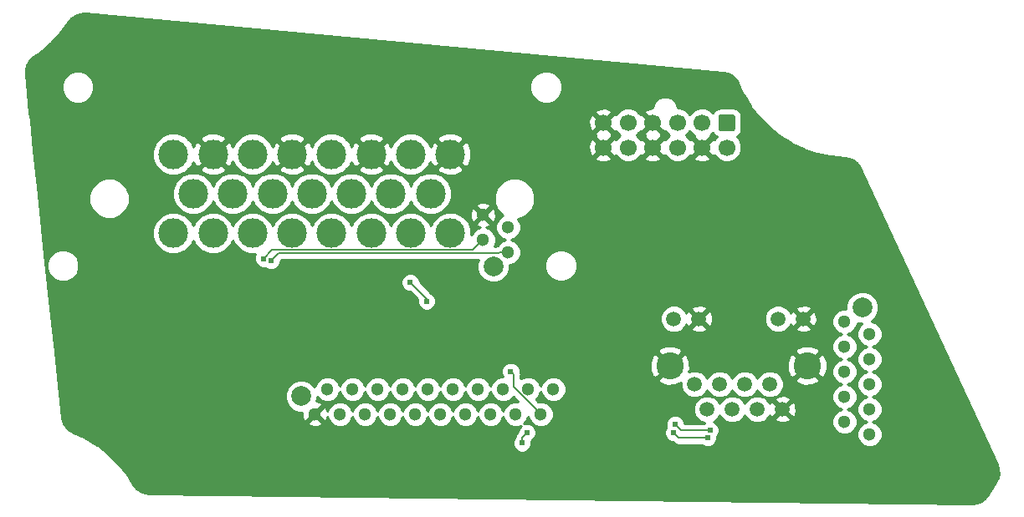
<source format=gbl>
G04 #@! TF.GenerationSoftware,KiCad,Pcbnew,5.0.2-bee76a0~70~ubuntu18.04.1*
G04 #@! TF.CreationDate,2019-05-02T23:38:40-04:00*
G04 #@! TF.ProjectId,DR_InterfaceBoard,44525f49-6e74-4657-9266-616365426f61,rev?*
G04 #@! TF.SameCoordinates,Original*
G04 #@! TF.FileFunction,Copper,L2,Bot*
G04 #@! TF.FilePolarity,Positive*
%FSLAX46Y46*%
G04 Gerber Fmt 4.6, Leading zero omitted, Abs format (unit mm)*
G04 Created by KiCad (PCBNEW 5.0.2-bee76a0~70~ubuntu18.04.1) date Thu 02 May 2019 11:38:40 PM EDT*
%MOMM*%
%LPD*%
G01*
G04 APERTURE LIST*
G04 #@! TA.AperFunction,ComponentPad*
%ADD10C,3.000000*%
G04 #@! TD*
G04 #@! TA.AperFunction,ComponentPad*
%ADD11C,2.000000*%
G04 #@! TD*
G04 #@! TA.AperFunction,ComponentPad*
%ADD12C,1.300000*%
G04 #@! TD*
G04 #@! TA.AperFunction,ComponentPad*
%ADD13C,1.500000*%
G04 #@! TD*
G04 #@! TA.AperFunction,ComponentPad*
%ADD14C,2.750000*%
G04 #@! TD*
G04 #@! TA.AperFunction,Conductor*
%ADD15C,0.100000*%
G04 #@! TD*
G04 #@! TA.AperFunction,ComponentPad*
%ADD16C,1.700000*%
G04 #@! TD*
G04 #@! TA.AperFunction,ViaPad*
%ADD17C,0.609600*%
G04 #@! TD*
G04 #@! TA.AperFunction,Conductor*
%ADD18C,0.152400*%
G04 #@! TD*
G04 #@! TA.AperFunction,Conductor*
%ADD19C,0.254000*%
G04 #@! TD*
G04 APERTURE END LIST*
D10*
G04 #@! TO.P,J4,23*
G04 #@! TO.N,/CANL*
X49066000Y-53157000D03*
G04 #@! TO.P,J4,17*
G04 #@! TO.N,/RTD_LSD*
X73066000Y-53157000D03*
G04 #@! TO.P,J4,18*
G04 #@! TO.N,/STR_POT+*
X69066000Y-53157000D03*
G04 #@! TO.P,J4,19*
G04 #@! TO.N,/STR_POT_SENSE*
X65066000Y-53157000D03*
G04 #@! TO.P,J4,20*
G04 #@! TO.N,/STR_POT-*
X61066000Y-53157000D03*
G04 #@! TO.P,J4,21*
G04 #@! TO.N,/SCL*
X57066000Y-53157000D03*
G04 #@! TO.P,J4,22*
G04 #@! TO.N,/SDA*
X53066000Y-53157000D03*
G04 #@! TO.P,J4,10*
G04 #@! TO.N,/CANL*
X71066000Y-49157000D03*
G04 #@! TO.P,J4,11*
G04 #@! TO.N,/CANH*
X67066000Y-49157000D03*
G04 #@! TO.P,J4,13*
X59066000Y-49157000D03*
G04 #@! TO.P,J4,12*
G04 #@! TO.N,/CANL*
X63066000Y-49157000D03*
G04 #@! TO.P,J4,14*
X55066000Y-49157000D03*
G04 #@! TO.P,J4,15*
G04 #@! TO.N,/CANH*
X51066000Y-49157000D03*
G04 #@! TO.P,J4,8*
G04 #@! TO.N,+12V*
X49066000Y-45157000D03*
G04 #@! TO.P,J4,7*
G04 #@! TO.N,GND*
X53066000Y-45157000D03*
G04 #@! TO.P,J4,6*
G04 #@! TO.N,+12V*
X57066000Y-45157000D03*
G04 #@! TO.P,J4,4*
X65066000Y-45157000D03*
G04 #@! TO.P,J4,5*
G04 #@! TO.N,GND*
X61066000Y-45157000D03*
G04 #@! TO.P,J4,3*
X69066000Y-45157000D03*
G04 #@! TO.P,J4,2*
G04 #@! TO.N,+12V*
X73066000Y-45157000D03*
G04 #@! TO.P,J4,16*
X77066000Y-53157000D03*
G04 #@! TO.P,J4,9*
G04 #@! TO.N,/CANH*
X75066000Y-49157000D03*
G04 #@! TO.P,J4,1*
G04 #@! TO.N,GND*
X77066000Y-45157000D03*
G04 #@! TD*
D11*
G04 #@! TO.P,J1,11*
G04 #@! TO.N,N/C*
X118767000Y-60703000D03*
D12*
G04 #@! TO.P,J1,10*
G04 #@! TO.N,Net-(J1-Pad10)*
X119507000Y-73533000D03*
G04 #@! TO.P,J1,9*
G04 #@! TO.N,Net-(J1-Pad9)*
X116967000Y-72263000D03*
G04 #@! TO.P,J1,8*
G04 #@! TO.N,Net-(J1-Pad8)*
X119507000Y-70993000D03*
G04 #@! TO.P,J1,6*
G04 #@! TO.N,Net-(J1-Pad6)*
X119507000Y-68453000D03*
G04 #@! TO.P,J1,4*
G04 #@! TO.N,Net-(J1-Pad4)*
X119507000Y-65913000D03*
G04 #@! TO.P,J1,2*
G04 #@! TO.N,Net-(J1-Pad2)*
X119507000Y-63373000D03*
G04 #@! TO.P,J1,7*
G04 #@! TO.N,Net-(J1-Pad7)*
X116967000Y-69723000D03*
G04 #@! TO.P,J1,1*
G04 #@! TO.N,Net-(J1-Pad1)*
X116967000Y-62103000D03*
G04 #@! TO.P,J1,3*
G04 #@! TO.N,Net-(J1-Pad3)*
X116967000Y-64643000D03*
G04 #@! TO.P,J1,5*
G04 #@! TO.N,Net-(J1-Pad5)*
X116967000Y-67183000D03*
G04 #@! TD*
D11*
G04 #@! TO.P,J2,21*
G04 #@! TO.N,N/C*
X61973000Y-69701000D03*
D12*
G04 #@! TO.P,J2,20*
G04 #@! TO.N,Net-(J2-Pad20)*
X87503000Y-68961000D03*
G04 #@! TO.P,J2,19*
G04 #@! TO.N,/RTD_LSD*
X86233000Y-71501000D03*
G04 #@! TO.P,J2,18*
G04 #@! TO.N,/START_BTN*
X84963000Y-68961000D03*
G04 #@! TO.P,J2,17*
G04 #@! TO.N,/IMD_LED*
X83693000Y-71501000D03*
G04 #@! TO.P,J2,16*
G04 #@! TO.N,/BMS_LED*
X82423000Y-68961000D03*
G04 #@! TO.P,J2,15*
G04 #@! TO.N,/START_LED*
X81153000Y-71501000D03*
G04 #@! TO.P,J2,14*
G04 #@! TO.N,/RJ45_LED2*
X79883000Y-68961000D03*
G04 #@! TO.P,J2,13*
G04 #@! TO.N,/RJ45_LED1*
X78613000Y-71501000D03*
G04 #@! TO.P,J2,12*
G04 #@! TO.N,/RESET*
X77343000Y-68961000D03*
G04 #@! TO.P,J2,11*
G04 #@! TO.N,/SCK*
X76073000Y-71501000D03*
G04 #@! TO.P,J2,10*
G04 #@! TO.N,/MISO*
X74803000Y-68961000D03*
G04 #@! TO.P,J2,9*
G04 #@! TO.N,/MOSI*
X73533000Y-71501000D03*
G04 #@! TO.P,J2,8*
G04 #@! TO.N,+5V*
X72263000Y-68961000D03*
G04 #@! TO.P,J2,6*
G04 #@! TO.N,/CANH*
X69723000Y-68961000D03*
G04 #@! TO.P,J2,4*
G04 #@! TO.N,/STR_POT_SENSE*
X67183000Y-68961000D03*
G04 #@! TO.P,J2,2*
G04 #@! TO.N,+12V*
X64643000Y-68961000D03*
G04 #@! TO.P,J2,7*
G04 #@! TO.N,/CANL*
X70993000Y-71501000D03*
G04 #@! TO.P,J2,1*
G04 #@! TO.N,GND*
X63373000Y-71501000D03*
G04 #@! TO.P,J2,3*
G04 #@! TO.N,/STR_POT+*
X65913000Y-71501000D03*
G04 #@! TO.P,J2,5*
G04 #@! TO.N,/STR_POT-*
X68453000Y-71501000D03*
G04 #@! TD*
D11*
G04 #@! TO.P,J3,5*
G04 #@! TO.N,N/C*
X81431000Y-56518000D03*
D12*
G04 #@! TO.P,J3,4*
G04 #@! TO.N,GND*
X80391000Y-51308000D03*
G04 #@! TO.P,J3,2*
G04 #@! TO.N,/SDA*
X80391000Y-53848000D03*
G04 #@! TO.P,J3,1*
G04 #@! TO.N,/SCL*
X82931000Y-55118000D03*
G04 #@! TO.P,J3,3*
G04 #@! TO.N,+5V*
X82931000Y-52578000D03*
G04 #@! TD*
D13*
G04 #@! TO.P,U1,12*
G04 #@! TO.N,/RJ45_LED2*
X99695000Y-61849000D03*
G04 #@! TO.P,U1,11*
G04 #@! TO.N,GND*
X102235000Y-61849000D03*
G04 #@! TO.P,U1,9*
X112795000Y-61849000D03*
G04 #@! TO.P,U1,10*
G04 #@! TO.N,/RJ45_LED1*
X110255000Y-61849000D03*
G04 #@! TO.P,U1,1*
G04 #@! TO.N,/CANL*
X101795000Y-68479000D03*
G04 #@! TO.P,U1,3*
G04 #@! TO.N,/RESET*
X104335000Y-68479000D03*
G04 #@! TO.P,U1,5*
G04 #@! TO.N,/MISO*
X106875000Y-68479000D03*
G04 #@! TO.P,U1,7*
G04 #@! TO.N,+5V*
X109415000Y-68479000D03*
G04 #@! TO.P,U1,2*
G04 #@! TO.N,/CANH*
X103065000Y-71019000D03*
G04 #@! TO.P,U1,4*
G04 #@! TO.N,/SCK*
X105605000Y-71019000D03*
G04 #@! TO.P,U1,6*
G04 #@! TO.N,/MOSI*
X108145000Y-71019000D03*
G04 #@! TO.P,U1,8*
G04 #@! TO.N,GND*
X110685000Y-71019000D03*
D14*
G04 #@! TO.P,U1,13*
X99295000Y-66599000D03*
G04 #@! TO.P,U1,14*
X113195000Y-66599000D03*
G04 #@! TD*
D15*
G04 #@! TO.N,/SCL*
G04 #@! TO.C,J5*
G36*
X105680504Y-41131204D02*
X105704773Y-41134804D01*
X105728571Y-41140765D01*
X105751671Y-41149030D01*
X105773849Y-41159520D01*
X105794893Y-41172133D01*
X105814598Y-41186747D01*
X105832777Y-41203223D01*
X105849253Y-41221402D01*
X105863867Y-41241107D01*
X105876480Y-41262151D01*
X105886970Y-41284329D01*
X105895235Y-41307429D01*
X105901196Y-41331227D01*
X105904796Y-41355496D01*
X105906000Y-41380000D01*
X105906000Y-42580000D01*
X105904796Y-42604504D01*
X105901196Y-42628773D01*
X105895235Y-42652571D01*
X105886970Y-42675671D01*
X105876480Y-42697849D01*
X105863867Y-42718893D01*
X105849253Y-42738598D01*
X105832777Y-42756777D01*
X105814598Y-42773253D01*
X105794893Y-42787867D01*
X105773849Y-42800480D01*
X105751671Y-42810970D01*
X105728571Y-42819235D01*
X105704773Y-42825196D01*
X105680504Y-42828796D01*
X105656000Y-42830000D01*
X104456000Y-42830000D01*
X104431496Y-42828796D01*
X104407227Y-42825196D01*
X104383429Y-42819235D01*
X104360329Y-42810970D01*
X104338151Y-42800480D01*
X104317107Y-42787867D01*
X104297402Y-42773253D01*
X104279223Y-42756777D01*
X104262747Y-42738598D01*
X104248133Y-42718893D01*
X104235520Y-42697849D01*
X104225030Y-42675671D01*
X104216765Y-42652571D01*
X104210804Y-42628773D01*
X104207204Y-42604504D01*
X104206000Y-42580000D01*
X104206000Y-41380000D01*
X104207204Y-41355496D01*
X104210804Y-41331227D01*
X104216765Y-41307429D01*
X104225030Y-41284329D01*
X104235520Y-41262151D01*
X104248133Y-41241107D01*
X104262747Y-41221402D01*
X104279223Y-41203223D01*
X104297402Y-41186747D01*
X104317107Y-41172133D01*
X104338151Y-41159520D01*
X104360329Y-41149030D01*
X104383429Y-41140765D01*
X104407227Y-41134804D01*
X104431496Y-41131204D01*
X104456000Y-41130000D01*
X105656000Y-41130000D01*
X105680504Y-41131204D01*
X105680504Y-41131204D01*
G37*
D16*
G04 #@! TD*
G04 #@! TO.P,J5,1*
G04 #@! TO.N,/SCL*
X105056000Y-41980000D03*
G04 #@! TO.P,J5,2*
G04 #@! TO.N,/SDA*
X102556000Y-41980000D03*
G04 #@! TO.P,J5,3*
G04 #@! TO.N,+5V*
X100056000Y-41980000D03*
G04 #@! TO.P,J5,4*
G04 #@! TO.N,GND*
X97556000Y-41980000D03*
G04 #@! TO.P,J5,5*
G04 #@! TO.N,/BMS_LED*
X95056000Y-41980000D03*
G04 #@! TO.P,J5,6*
G04 #@! TO.N,GND*
X92556000Y-41980000D03*
G04 #@! TO.P,J5,7*
G04 #@! TO.N,/IMD_LED*
X105056000Y-44480000D03*
G04 #@! TO.P,J5,8*
G04 #@! TO.N,GND*
X102556000Y-44480000D03*
G04 #@! TO.P,J5,9*
G04 #@! TO.N,/START_BTN*
X100056000Y-44480000D03*
G04 #@! TO.P,J5,10*
G04 #@! TO.N,GND*
X97556000Y-44480000D03*
G04 #@! TO.P,J5,11*
G04 #@! TO.N,/START_LED*
X95056000Y-44480000D03*
G04 #@! TO.P,J5,12*
G04 #@! TO.N,GND*
X92556000Y-44480000D03*
G04 #@! TD*
D17*
G04 #@! TO.N,/RTD_LSD*
X74676000Y-60071000D03*
X83185000Y-67183000D03*
X73025000Y-58166000D03*
G04 #@! TO.N,/SCK*
X103378000Y-73152000D03*
X99822000Y-72517000D03*
G04 #@! TO.N,/MISO*
X84328000Y-74447400D03*
X84836000Y-73380600D03*
G04 #@! TO.N,/MOSI*
X99695000Y-73406000D03*
X103124000Y-73914000D03*
G04 #@! TO.N,/SDA*
X58166000Y-55753000D03*
G04 #@! TO.N,/SCL*
X58928003Y-55981601D03*
G04 #@! TD*
D18*
G04 #@! TO.N,/RTD_LSD*
X85583001Y-70851001D02*
X86233000Y-71501000D01*
X83489799Y-68757799D02*
X85583001Y-70851001D01*
X83489799Y-67487799D02*
X83489799Y-68757799D01*
X83185000Y-67183000D02*
X83489799Y-67487799D01*
X74676000Y-59817000D02*
X74676000Y-60071000D01*
X73025000Y-58166000D02*
X74676000Y-59817000D01*
G04 #@! TO.N,/SCK*
X103378000Y-73152000D02*
X100457000Y-73152000D01*
X100457000Y-73152000D02*
X99822000Y-72517000D01*
G04 #@! TO.N,/MISO*
X84328000Y-74447400D02*
X84328000Y-73888600D01*
X84328000Y-73888600D02*
X84836000Y-73380600D01*
G04 #@! TO.N,/MOSI*
X99695000Y-73406000D02*
X100203000Y-73914000D01*
X100203000Y-73914000D02*
X103124000Y-73914000D01*
G04 #@! TO.N,/SDA*
X59033399Y-54885601D02*
X58166000Y-55753000D01*
X80391000Y-53848000D02*
X79353399Y-54885601D01*
X79353399Y-54885601D02*
X59033399Y-54885601D01*
G04 #@! TO.N,/SCL*
X58928003Y-55981601D02*
X59719193Y-55190411D01*
X82011762Y-55118000D02*
X82931000Y-55118000D01*
X81939351Y-55190411D02*
X82011762Y-55118000D01*
X59719193Y-55190411D02*
X81939351Y-55190411D01*
G04 #@! TD*
D19*
G04 #@! TO.N,GND*
G36*
X40132904Y-30900094D02*
X104645833Y-36860605D01*
X105131673Y-36968124D01*
X105533944Y-37172020D01*
X105872864Y-37469546D01*
X106144160Y-37866934D01*
X106212009Y-38015309D01*
X106212720Y-38016456D01*
X106214024Y-38019677D01*
X106700204Y-39064760D01*
X106701645Y-39067436D01*
X106702785Y-39070248D01*
X106738067Y-39135717D01*
X107422786Y-40265393D01*
X107426069Y-40270157D01*
X107428848Y-40275218D01*
X107471528Y-40336124D01*
X108283370Y-41378198D01*
X108287183Y-41382542D01*
X108290537Y-41387250D01*
X108340031Y-41442760D01*
X109267909Y-42382999D01*
X109272201Y-42386867D01*
X109276083Y-42391153D01*
X109331716Y-42440510D01*
X110362955Y-43266071D01*
X110367671Y-43269413D01*
X110372024Y-43273215D01*
X110433035Y-43315744D01*
X111553550Y-44015352D01*
X111558631Y-44018125D01*
X111563392Y-44021389D01*
X111628948Y-44056510D01*
X112823435Y-44620609D01*
X112828800Y-44622769D01*
X112833914Y-44625457D01*
X112903120Y-44652689D01*
X114155264Y-45073573D01*
X114160840Y-45075091D01*
X114166235Y-45077165D01*
X114238146Y-45096137D01*
X115530842Y-45368059D01*
X115536557Y-45368916D01*
X115542159Y-45370347D01*
X115615792Y-45380799D01*
X116906786Y-45497814D01*
X117419485Y-45579285D01*
X117833294Y-45758606D01*
X118189503Y-46035200D01*
X118482728Y-46413620D01*
X118564099Y-46568966D01*
X132398400Y-76617486D01*
X132548208Y-77091999D01*
X132572764Y-77542323D01*
X132484560Y-77984596D01*
X132275458Y-78419489D01*
X132191507Y-78538441D01*
X132190027Y-78541223D01*
X132178972Y-78555863D01*
X131451162Y-79628543D01*
X131131501Y-80037591D01*
X130774153Y-80312717D01*
X130359612Y-80490332D01*
X129875114Y-80565277D01*
X129835076Y-80565595D01*
X46602413Y-79573536D01*
X46109511Y-79505291D01*
X45692199Y-79334284D01*
X45330528Y-79064870D01*
X45022549Y-78683423D01*
X44998459Y-78642654D01*
X44995128Y-78638356D01*
X44986818Y-78623619D01*
X44380060Y-77664490D01*
X44378457Y-77662256D01*
X44377109Y-77659864D01*
X44333768Y-77599427D01*
X43510610Y-76566269D01*
X43506746Y-76561962D01*
X43503344Y-76557296D01*
X43453248Y-76502329D01*
X42515172Y-75572264D01*
X42510833Y-75568438D01*
X42506909Y-75564200D01*
X42450742Y-75515453D01*
X41410560Y-74701187D01*
X41405807Y-74697895D01*
X41401413Y-74694142D01*
X41339942Y-74652280D01*
X40211863Y-73964934D01*
X40206751Y-73962216D01*
X40201956Y-73959005D01*
X40136021Y-73924601D01*
X38957908Y-73383869D01*
X38501694Y-73136120D01*
X38171351Y-72829102D01*
X37927739Y-72449573D01*
X37911354Y-72400016D01*
X62653590Y-72400016D01*
X62709271Y-72630611D01*
X63192078Y-72798622D01*
X63702428Y-72769083D01*
X64036729Y-72630611D01*
X64092410Y-72400016D01*
X63373000Y-71680605D01*
X62653590Y-72400016D01*
X37911354Y-72400016D01*
X37776689Y-71992730D01*
X37754863Y-71847518D01*
X37495073Y-69375778D01*
X60338000Y-69375778D01*
X60338000Y-70026222D01*
X60586914Y-70627153D01*
X61046847Y-71087086D01*
X61647778Y-71336000D01*
X62076300Y-71336000D01*
X62104917Y-71830428D01*
X62243389Y-72164729D01*
X62473984Y-72220410D01*
X63193395Y-71501000D01*
X63179253Y-71486858D01*
X63358858Y-71307253D01*
X63373000Y-71321395D01*
X64092410Y-70601984D01*
X64036729Y-70371389D01*
X63553922Y-70203378D01*
X63534145Y-70204523D01*
X63608000Y-70026222D01*
X63608000Y-69743265D01*
X63915106Y-70050371D01*
X64387398Y-70246000D01*
X64898602Y-70246000D01*
X65370894Y-70050371D01*
X65732371Y-69688894D01*
X65913000Y-69252815D01*
X66093629Y-69688894D01*
X66455106Y-70050371D01*
X66927398Y-70246000D01*
X67438602Y-70246000D01*
X67910894Y-70050371D01*
X68272371Y-69688894D01*
X68453000Y-69252815D01*
X68633629Y-69688894D01*
X68995106Y-70050371D01*
X69467398Y-70246000D01*
X69978602Y-70246000D01*
X70450894Y-70050371D01*
X70812371Y-69688894D01*
X70993000Y-69252815D01*
X71173629Y-69688894D01*
X71535106Y-70050371D01*
X72007398Y-70246000D01*
X72518602Y-70246000D01*
X72990894Y-70050371D01*
X73352371Y-69688894D01*
X73533000Y-69252815D01*
X73713629Y-69688894D01*
X74075106Y-70050371D01*
X74547398Y-70246000D01*
X75058602Y-70246000D01*
X75530894Y-70050371D01*
X75892371Y-69688894D01*
X76073000Y-69252815D01*
X76253629Y-69688894D01*
X76615106Y-70050371D01*
X77087398Y-70246000D01*
X77598602Y-70246000D01*
X78070894Y-70050371D01*
X78432371Y-69688894D01*
X78613000Y-69252815D01*
X78793629Y-69688894D01*
X79155106Y-70050371D01*
X79627398Y-70246000D01*
X80138602Y-70246000D01*
X80610894Y-70050371D01*
X80972371Y-69688894D01*
X81153000Y-69252815D01*
X81333629Y-69688894D01*
X81695106Y-70050371D01*
X82167398Y-70246000D01*
X82678602Y-70246000D01*
X83150894Y-70050371D01*
X83463738Y-69737527D01*
X83942212Y-70216000D01*
X83437398Y-70216000D01*
X82965106Y-70411629D01*
X82603629Y-70773106D01*
X82423000Y-71209185D01*
X82242371Y-70773106D01*
X81880894Y-70411629D01*
X81408602Y-70216000D01*
X80897398Y-70216000D01*
X80425106Y-70411629D01*
X80063629Y-70773106D01*
X79883000Y-71209185D01*
X79702371Y-70773106D01*
X79340894Y-70411629D01*
X78868602Y-70216000D01*
X78357398Y-70216000D01*
X77885106Y-70411629D01*
X77523629Y-70773106D01*
X77343000Y-71209185D01*
X77162371Y-70773106D01*
X76800894Y-70411629D01*
X76328602Y-70216000D01*
X75817398Y-70216000D01*
X75345106Y-70411629D01*
X74983629Y-70773106D01*
X74803000Y-71209185D01*
X74622371Y-70773106D01*
X74260894Y-70411629D01*
X73788602Y-70216000D01*
X73277398Y-70216000D01*
X72805106Y-70411629D01*
X72443629Y-70773106D01*
X72263000Y-71209185D01*
X72082371Y-70773106D01*
X71720894Y-70411629D01*
X71248602Y-70216000D01*
X70737398Y-70216000D01*
X70265106Y-70411629D01*
X69903629Y-70773106D01*
X69723000Y-71209185D01*
X69542371Y-70773106D01*
X69180894Y-70411629D01*
X68708602Y-70216000D01*
X68197398Y-70216000D01*
X67725106Y-70411629D01*
X67363629Y-70773106D01*
X67183000Y-71209185D01*
X67002371Y-70773106D01*
X66640894Y-70411629D01*
X66168602Y-70216000D01*
X65657398Y-70216000D01*
X65185106Y-70411629D01*
X64823629Y-70773106D01*
X64643228Y-71208634D01*
X64641083Y-71171572D01*
X64502611Y-70837271D01*
X64272016Y-70781590D01*
X63552605Y-71501000D01*
X64272016Y-72220410D01*
X64502611Y-72164729D01*
X64637040Y-71778426D01*
X64823629Y-72228894D01*
X65185106Y-72590371D01*
X65657398Y-72786000D01*
X66168602Y-72786000D01*
X66640894Y-72590371D01*
X67002371Y-72228894D01*
X67183000Y-71792815D01*
X67363629Y-72228894D01*
X67725106Y-72590371D01*
X68197398Y-72786000D01*
X68708602Y-72786000D01*
X69180894Y-72590371D01*
X69542371Y-72228894D01*
X69723000Y-71792815D01*
X69903629Y-72228894D01*
X70265106Y-72590371D01*
X70737398Y-72786000D01*
X71248602Y-72786000D01*
X71720894Y-72590371D01*
X72082371Y-72228894D01*
X72263000Y-71792815D01*
X72443629Y-72228894D01*
X72805106Y-72590371D01*
X73277398Y-72786000D01*
X73788602Y-72786000D01*
X74260894Y-72590371D01*
X74622371Y-72228894D01*
X74803000Y-71792815D01*
X74983629Y-72228894D01*
X75345106Y-72590371D01*
X75817398Y-72786000D01*
X76328602Y-72786000D01*
X76800894Y-72590371D01*
X77162371Y-72228894D01*
X77343000Y-71792815D01*
X77523629Y-72228894D01*
X77885106Y-72590371D01*
X78357398Y-72786000D01*
X78868602Y-72786000D01*
X79340894Y-72590371D01*
X79702371Y-72228894D01*
X79883000Y-71792815D01*
X80063629Y-72228894D01*
X80425106Y-72590371D01*
X80897398Y-72786000D01*
X81408602Y-72786000D01*
X81880894Y-72590371D01*
X82242371Y-72228894D01*
X82423000Y-71792815D01*
X82603629Y-72228894D01*
X82965106Y-72590371D01*
X83437398Y-72786000D01*
X83948602Y-72786000D01*
X84209652Y-72677870D01*
X84039276Y-72848246D01*
X83896200Y-73193662D01*
X83896200Y-73314612D01*
X83874634Y-73336178D01*
X83815255Y-73375854D01*
X83775578Y-73435234D01*
X83775576Y-73435236D01*
X83758605Y-73460635D01*
X83658064Y-73611104D01*
X83616800Y-73818554D01*
X83616800Y-73818559D01*
X83614078Y-73832244D01*
X83531276Y-73915046D01*
X83388200Y-74260462D01*
X83388200Y-74634338D01*
X83531276Y-74979754D01*
X83795646Y-75244124D01*
X84141062Y-75387200D01*
X84514938Y-75387200D01*
X84860354Y-75244124D01*
X85124724Y-74979754D01*
X85267800Y-74634338D01*
X85267800Y-74260462D01*
X85253132Y-74225050D01*
X85368354Y-74177324D01*
X85632724Y-73912954D01*
X85775800Y-73567538D01*
X85775800Y-73219062D01*
X98755200Y-73219062D01*
X98755200Y-73592938D01*
X98898276Y-73938354D01*
X99162646Y-74202724D01*
X99508062Y-74345800D01*
X99629012Y-74345800D01*
X99650576Y-74367364D01*
X99690254Y-74426746D01*
X99759038Y-74472706D01*
X99925502Y-74583935D01*
X99925503Y-74583935D01*
X99925504Y-74583936D01*
X100132954Y-74625200D01*
X100132957Y-74625200D01*
X100202999Y-74639132D01*
X100273041Y-74625200D01*
X102506122Y-74625200D01*
X102591646Y-74710724D01*
X102937062Y-74853800D01*
X103310938Y-74853800D01*
X103656354Y-74710724D01*
X103920724Y-74446354D01*
X104063800Y-74100938D01*
X104063800Y-73795278D01*
X104174724Y-73684354D01*
X104317800Y-73338938D01*
X104317800Y-72965062D01*
X104174724Y-72619646D01*
X103910354Y-72355276D01*
X103684240Y-72261616D01*
X103849540Y-72193147D01*
X104239147Y-71803540D01*
X104335000Y-71572130D01*
X104430853Y-71803540D01*
X104820460Y-72193147D01*
X105329506Y-72404000D01*
X105880494Y-72404000D01*
X106389540Y-72193147D01*
X106779147Y-71803540D01*
X106875000Y-71572130D01*
X106970853Y-71803540D01*
X107360460Y-72193147D01*
X107869506Y-72404000D01*
X108420494Y-72404000D01*
X108929540Y-72193147D01*
X109132170Y-71990517D01*
X109893088Y-71990517D01*
X109961077Y-72231460D01*
X110480171Y-72416201D01*
X111030448Y-72388230D01*
X111408923Y-72231460D01*
X111476912Y-71990517D01*
X110685000Y-71198605D01*
X109893088Y-71990517D01*
X109132170Y-71990517D01*
X109319147Y-71803540D01*
X109408397Y-71588070D01*
X109472540Y-71742923D01*
X109713483Y-71810912D01*
X110505395Y-71019000D01*
X110864605Y-71019000D01*
X111656517Y-71810912D01*
X111897460Y-71742923D01*
X112082201Y-71223829D01*
X112054230Y-70673552D01*
X111897460Y-70295077D01*
X111656517Y-70227088D01*
X110864605Y-71019000D01*
X110505395Y-71019000D01*
X109713483Y-70227088D01*
X109472540Y-70295077D01*
X109413255Y-70461658D01*
X109319147Y-70234460D01*
X109132170Y-70047483D01*
X109893088Y-70047483D01*
X110685000Y-70839395D01*
X111476912Y-70047483D01*
X111408923Y-69806540D01*
X110889829Y-69621799D01*
X110339552Y-69649770D01*
X109961077Y-69806540D01*
X109893088Y-70047483D01*
X109132170Y-70047483D01*
X108929540Y-69844853D01*
X108420494Y-69634000D01*
X107869506Y-69634000D01*
X107360460Y-69844853D01*
X106970853Y-70234460D01*
X106875000Y-70465870D01*
X106779147Y-70234460D01*
X106389540Y-69844853D01*
X105880494Y-69634000D01*
X105329506Y-69634000D01*
X104820460Y-69844853D01*
X104430853Y-70234460D01*
X104335000Y-70465870D01*
X104239147Y-70234460D01*
X103849540Y-69844853D01*
X103340494Y-69634000D01*
X102789506Y-69634000D01*
X102280460Y-69844853D01*
X101890853Y-70234460D01*
X101680000Y-70743506D01*
X101680000Y-71294494D01*
X101890853Y-71803540D01*
X102280460Y-72193147D01*
X102789506Y-72404000D01*
X102796922Y-72404000D01*
X102760122Y-72440800D01*
X100761800Y-72440800D01*
X100761800Y-72330062D01*
X100618724Y-71984646D01*
X100354354Y-71720276D01*
X100008938Y-71577200D01*
X99635062Y-71577200D01*
X99289646Y-71720276D01*
X99025276Y-71984646D01*
X98882200Y-72330062D01*
X98882200Y-72703938D01*
X98936615Y-72835307D01*
X98898276Y-72873646D01*
X98755200Y-73219062D01*
X85775800Y-73219062D01*
X85775800Y-73193662D01*
X85632724Y-72848246D01*
X85368354Y-72583876D01*
X85022938Y-72440800D01*
X84649062Y-72440800D01*
X84514889Y-72496376D01*
X84782371Y-72228894D01*
X84963000Y-71792815D01*
X85143629Y-72228894D01*
X85505106Y-72590371D01*
X85977398Y-72786000D01*
X86488602Y-72786000D01*
X86960894Y-72590371D01*
X87322371Y-72228894D01*
X87518000Y-71756602D01*
X87518000Y-71245398D01*
X87322371Y-70773106D01*
X86960894Y-70411629D01*
X86488602Y-70216000D01*
X85977398Y-70216000D01*
X85960704Y-70222915D01*
X85739527Y-70001738D01*
X86052371Y-69688894D01*
X86233000Y-69252815D01*
X86413629Y-69688894D01*
X86775106Y-70050371D01*
X87247398Y-70246000D01*
X87758602Y-70246000D01*
X88230894Y-70050371D01*
X88592371Y-69688894D01*
X88788000Y-69216602D01*
X88788000Y-68705398D01*
X88592371Y-68233106D01*
X88381924Y-68022659D01*
X98050946Y-68022659D01*
X98195467Y-68328444D01*
X98940993Y-68617571D01*
X99740414Y-68599389D01*
X100394533Y-68328444D01*
X100410000Y-68295718D01*
X100410000Y-68754494D01*
X100620853Y-69263540D01*
X101010460Y-69653147D01*
X101519506Y-69864000D01*
X102070494Y-69864000D01*
X102579540Y-69653147D01*
X102969147Y-69263540D01*
X103065000Y-69032130D01*
X103160853Y-69263540D01*
X103550460Y-69653147D01*
X104059506Y-69864000D01*
X104610494Y-69864000D01*
X105119540Y-69653147D01*
X105509147Y-69263540D01*
X105605000Y-69032130D01*
X105700853Y-69263540D01*
X106090460Y-69653147D01*
X106599506Y-69864000D01*
X107150494Y-69864000D01*
X107659540Y-69653147D01*
X108049147Y-69263540D01*
X108145000Y-69032130D01*
X108240853Y-69263540D01*
X108630460Y-69653147D01*
X109139506Y-69864000D01*
X109690494Y-69864000D01*
X110199540Y-69653147D01*
X110589147Y-69263540D01*
X110800000Y-68754494D01*
X110800000Y-68203506D01*
X110725091Y-68022659D01*
X111950946Y-68022659D01*
X112095467Y-68328444D01*
X112840993Y-68617571D01*
X113640414Y-68599389D01*
X114294533Y-68328444D01*
X114439054Y-68022659D01*
X113195000Y-66778605D01*
X111950946Y-68022659D01*
X110725091Y-68022659D01*
X110589147Y-67694460D01*
X110199540Y-67304853D01*
X109690494Y-67094000D01*
X109139506Y-67094000D01*
X108630460Y-67304853D01*
X108240853Y-67694460D01*
X108145000Y-67925870D01*
X108049147Y-67694460D01*
X107659540Y-67304853D01*
X107150494Y-67094000D01*
X106599506Y-67094000D01*
X106090460Y-67304853D01*
X105700853Y-67694460D01*
X105605000Y-67925870D01*
X105509147Y-67694460D01*
X105119540Y-67304853D01*
X104610494Y-67094000D01*
X104059506Y-67094000D01*
X103550460Y-67304853D01*
X103160853Y-67694460D01*
X103065000Y-67925870D01*
X102969147Y-67694460D01*
X102579540Y-67304853D01*
X102070494Y-67094000D01*
X101519506Y-67094000D01*
X101209015Y-67222609D01*
X101313571Y-66953007D01*
X101297468Y-66244993D01*
X111176429Y-66244993D01*
X111194611Y-67044414D01*
X111465556Y-67698533D01*
X111771341Y-67843054D01*
X113015395Y-66599000D01*
X113374605Y-66599000D01*
X114618659Y-67843054D01*
X114924444Y-67698533D01*
X115213571Y-66953007D01*
X115195389Y-66153586D01*
X114924444Y-65499467D01*
X114618659Y-65354946D01*
X113374605Y-66599000D01*
X113015395Y-66599000D01*
X111771341Y-65354946D01*
X111465556Y-65499467D01*
X111176429Y-66244993D01*
X101297468Y-66244993D01*
X101295389Y-66153586D01*
X101024444Y-65499467D01*
X100718659Y-65354946D01*
X99474605Y-66599000D01*
X99488748Y-66613143D01*
X99309143Y-66792748D01*
X99295000Y-66778605D01*
X98050946Y-68022659D01*
X88381924Y-68022659D01*
X88230894Y-67871629D01*
X87758602Y-67676000D01*
X87247398Y-67676000D01*
X86775106Y-67871629D01*
X86413629Y-68233106D01*
X86233000Y-68669185D01*
X86052371Y-68233106D01*
X85690894Y-67871629D01*
X85218602Y-67676000D01*
X84707398Y-67676000D01*
X84235106Y-67871629D01*
X84200999Y-67905736D01*
X84200999Y-67557841D01*
X84214931Y-67487799D01*
X84200999Y-67417757D01*
X84200999Y-67417753D01*
X84159735Y-67210303D01*
X84124800Y-67158020D01*
X84124800Y-66996062D01*
X83981724Y-66650646D01*
X83717354Y-66386276D01*
X83376267Y-66244993D01*
X97276429Y-66244993D01*
X97294611Y-67044414D01*
X97565556Y-67698533D01*
X97871341Y-67843054D01*
X99115395Y-66599000D01*
X97871341Y-65354946D01*
X97565556Y-65499467D01*
X97276429Y-66244993D01*
X83376267Y-66244993D01*
X83371938Y-66243200D01*
X82998062Y-66243200D01*
X82652646Y-66386276D01*
X82388276Y-66650646D01*
X82245200Y-66996062D01*
X82245200Y-67369938D01*
X82371975Y-67676000D01*
X82167398Y-67676000D01*
X81695106Y-67871629D01*
X81333629Y-68233106D01*
X81153000Y-68669185D01*
X80972371Y-68233106D01*
X80610894Y-67871629D01*
X80138602Y-67676000D01*
X79627398Y-67676000D01*
X79155106Y-67871629D01*
X78793629Y-68233106D01*
X78613000Y-68669185D01*
X78432371Y-68233106D01*
X78070894Y-67871629D01*
X77598602Y-67676000D01*
X77087398Y-67676000D01*
X76615106Y-67871629D01*
X76253629Y-68233106D01*
X76073000Y-68669185D01*
X75892371Y-68233106D01*
X75530894Y-67871629D01*
X75058602Y-67676000D01*
X74547398Y-67676000D01*
X74075106Y-67871629D01*
X73713629Y-68233106D01*
X73533000Y-68669185D01*
X73352371Y-68233106D01*
X72990894Y-67871629D01*
X72518602Y-67676000D01*
X72007398Y-67676000D01*
X71535106Y-67871629D01*
X71173629Y-68233106D01*
X70993000Y-68669185D01*
X70812371Y-68233106D01*
X70450894Y-67871629D01*
X69978602Y-67676000D01*
X69467398Y-67676000D01*
X68995106Y-67871629D01*
X68633629Y-68233106D01*
X68453000Y-68669185D01*
X68272371Y-68233106D01*
X67910894Y-67871629D01*
X67438602Y-67676000D01*
X66927398Y-67676000D01*
X66455106Y-67871629D01*
X66093629Y-68233106D01*
X65913000Y-68669185D01*
X65732371Y-68233106D01*
X65370894Y-67871629D01*
X64898602Y-67676000D01*
X64387398Y-67676000D01*
X63915106Y-67871629D01*
X63553629Y-68233106D01*
X63358000Y-68705398D01*
X63358000Y-68773761D01*
X62899153Y-68314914D01*
X62298222Y-68066000D01*
X61647778Y-68066000D01*
X61046847Y-68314914D01*
X60586914Y-68774847D01*
X60338000Y-69375778D01*
X37495073Y-69375778D01*
X37053590Y-65175341D01*
X98050946Y-65175341D01*
X99295000Y-66419395D01*
X100539054Y-65175341D01*
X111950946Y-65175341D01*
X113195000Y-66419395D01*
X114439054Y-65175341D01*
X114294533Y-64869556D01*
X113549007Y-64580429D01*
X112749586Y-64598611D01*
X112095467Y-64869556D01*
X111950946Y-65175341D01*
X100539054Y-65175341D01*
X100394533Y-64869556D01*
X99649007Y-64580429D01*
X98849586Y-64598611D01*
X98195467Y-64869556D01*
X98050946Y-65175341D01*
X37053590Y-65175341D01*
X36675022Y-61573506D01*
X98310000Y-61573506D01*
X98310000Y-62124494D01*
X98520853Y-62633540D01*
X98910460Y-63023147D01*
X99419506Y-63234000D01*
X99970494Y-63234000D01*
X100479540Y-63023147D01*
X100682170Y-62820517D01*
X101443088Y-62820517D01*
X101511077Y-63061460D01*
X102030171Y-63246201D01*
X102580448Y-63218230D01*
X102958923Y-63061460D01*
X103026912Y-62820517D01*
X102235000Y-62028605D01*
X101443088Y-62820517D01*
X100682170Y-62820517D01*
X100869147Y-62633540D01*
X100958397Y-62418070D01*
X101022540Y-62572923D01*
X101263483Y-62640912D01*
X102055395Y-61849000D01*
X102414605Y-61849000D01*
X103206517Y-62640912D01*
X103447460Y-62572923D01*
X103632201Y-62053829D01*
X103607786Y-61573506D01*
X108870000Y-61573506D01*
X108870000Y-62124494D01*
X109080853Y-62633540D01*
X109470460Y-63023147D01*
X109979506Y-63234000D01*
X110530494Y-63234000D01*
X111039540Y-63023147D01*
X111242170Y-62820517D01*
X112003088Y-62820517D01*
X112071077Y-63061460D01*
X112590171Y-63246201D01*
X113140448Y-63218230D01*
X113518923Y-63061460D01*
X113586912Y-62820517D01*
X112795000Y-62028605D01*
X112003088Y-62820517D01*
X111242170Y-62820517D01*
X111429147Y-62633540D01*
X111518397Y-62418070D01*
X111582540Y-62572923D01*
X111823483Y-62640912D01*
X112615395Y-61849000D01*
X112974605Y-61849000D01*
X113766517Y-62640912D01*
X114007460Y-62572923D01*
X114192201Y-62053829D01*
X114181708Y-61847398D01*
X115682000Y-61847398D01*
X115682000Y-62358602D01*
X115877629Y-62830894D01*
X116239106Y-63192371D01*
X116675185Y-63373000D01*
X116239106Y-63553629D01*
X115877629Y-63915106D01*
X115682000Y-64387398D01*
X115682000Y-64898602D01*
X115877629Y-65370894D01*
X116239106Y-65732371D01*
X116675185Y-65913000D01*
X116239106Y-66093629D01*
X115877629Y-66455106D01*
X115682000Y-66927398D01*
X115682000Y-67438602D01*
X115877629Y-67910894D01*
X116239106Y-68272371D01*
X116675185Y-68453000D01*
X116239106Y-68633629D01*
X115877629Y-68995106D01*
X115682000Y-69467398D01*
X115682000Y-69978602D01*
X115877629Y-70450894D01*
X116239106Y-70812371D01*
X116675185Y-70993000D01*
X116239106Y-71173629D01*
X115877629Y-71535106D01*
X115682000Y-72007398D01*
X115682000Y-72518602D01*
X115877629Y-72990894D01*
X116239106Y-73352371D01*
X116711398Y-73548000D01*
X117222602Y-73548000D01*
X117694894Y-73352371D01*
X118056371Y-72990894D01*
X118252000Y-72518602D01*
X118252000Y-72007398D01*
X118056371Y-71535106D01*
X117694894Y-71173629D01*
X117258815Y-70993000D01*
X117694894Y-70812371D01*
X118056371Y-70450894D01*
X118252000Y-69978602D01*
X118252000Y-69467398D01*
X118056371Y-68995106D01*
X117694894Y-68633629D01*
X117258815Y-68453000D01*
X117694894Y-68272371D01*
X118056371Y-67910894D01*
X118252000Y-67438602D01*
X118252000Y-66927398D01*
X118056371Y-66455106D01*
X117694894Y-66093629D01*
X117258815Y-65913000D01*
X117694894Y-65732371D01*
X118056371Y-65370894D01*
X118252000Y-64898602D01*
X118252000Y-64387398D01*
X118056371Y-63915106D01*
X117694894Y-63553629D01*
X117258815Y-63373000D01*
X117694894Y-63192371D01*
X118056371Y-62830894D01*
X118252000Y-62358602D01*
X118252000Y-62259391D01*
X118441778Y-62338000D01*
X118724735Y-62338000D01*
X118417629Y-62645106D01*
X118222000Y-63117398D01*
X118222000Y-63628602D01*
X118417629Y-64100894D01*
X118779106Y-64462371D01*
X119215185Y-64643000D01*
X118779106Y-64823629D01*
X118417629Y-65185106D01*
X118222000Y-65657398D01*
X118222000Y-66168602D01*
X118417629Y-66640894D01*
X118779106Y-67002371D01*
X119215185Y-67183000D01*
X118779106Y-67363629D01*
X118417629Y-67725106D01*
X118222000Y-68197398D01*
X118222000Y-68708602D01*
X118417629Y-69180894D01*
X118779106Y-69542371D01*
X119215185Y-69723000D01*
X118779106Y-69903629D01*
X118417629Y-70265106D01*
X118222000Y-70737398D01*
X118222000Y-71248602D01*
X118417629Y-71720894D01*
X118779106Y-72082371D01*
X119215185Y-72263000D01*
X118779106Y-72443629D01*
X118417629Y-72805106D01*
X118222000Y-73277398D01*
X118222000Y-73788602D01*
X118417629Y-74260894D01*
X118779106Y-74622371D01*
X119251398Y-74818000D01*
X119762602Y-74818000D01*
X120234894Y-74622371D01*
X120596371Y-74260894D01*
X120792000Y-73788602D01*
X120792000Y-73277398D01*
X120596371Y-72805106D01*
X120234894Y-72443629D01*
X119798815Y-72263000D01*
X120234894Y-72082371D01*
X120596371Y-71720894D01*
X120792000Y-71248602D01*
X120792000Y-70737398D01*
X120596371Y-70265106D01*
X120234894Y-69903629D01*
X119798815Y-69723000D01*
X120234894Y-69542371D01*
X120596371Y-69180894D01*
X120792000Y-68708602D01*
X120792000Y-68197398D01*
X120596371Y-67725106D01*
X120234894Y-67363629D01*
X119798815Y-67183000D01*
X120234894Y-67002371D01*
X120596371Y-66640894D01*
X120792000Y-66168602D01*
X120792000Y-65657398D01*
X120596371Y-65185106D01*
X120234894Y-64823629D01*
X119798815Y-64643000D01*
X120234894Y-64462371D01*
X120596371Y-64100894D01*
X120792000Y-63628602D01*
X120792000Y-63117398D01*
X120596371Y-62645106D01*
X120234894Y-62283629D01*
X119762602Y-62088000D01*
X119694239Y-62088000D01*
X120153086Y-61629153D01*
X120402000Y-61028222D01*
X120402000Y-60377778D01*
X120153086Y-59776847D01*
X119693153Y-59316914D01*
X119092222Y-59068000D01*
X118441778Y-59068000D01*
X117840847Y-59316914D01*
X117380914Y-59776847D01*
X117132000Y-60377778D01*
X117132000Y-60818000D01*
X116711398Y-60818000D01*
X116239106Y-61013629D01*
X115877629Y-61375106D01*
X115682000Y-61847398D01*
X114181708Y-61847398D01*
X114164230Y-61503552D01*
X114007460Y-61125077D01*
X113766517Y-61057088D01*
X112974605Y-61849000D01*
X112615395Y-61849000D01*
X111823483Y-61057088D01*
X111582540Y-61125077D01*
X111523255Y-61291658D01*
X111429147Y-61064460D01*
X111242170Y-60877483D01*
X112003088Y-60877483D01*
X112795000Y-61669395D01*
X113586912Y-60877483D01*
X113518923Y-60636540D01*
X112999829Y-60451799D01*
X112449552Y-60479770D01*
X112071077Y-60636540D01*
X112003088Y-60877483D01*
X111242170Y-60877483D01*
X111039540Y-60674853D01*
X110530494Y-60464000D01*
X109979506Y-60464000D01*
X109470460Y-60674853D01*
X109080853Y-61064460D01*
X108870000Y-61573506D01*
X103607786Y-61573506D01*
X103604230Y-61503552D01*
X103447460Y-61125077D01*
X103206517Y-61057088D01*
X102414605Y-61849000D01*
X102055395Y-61849000D01*
X101263483Y-61057088D01*
X101022540Y-61125077D01*
X100963255Y-61291658D01*
X100869147Y-61064460D01*
X100682170Y-60877483D01*
X101443088Y-60877483D01*
X102235000Y-61669395D01*
X103026912Y-60877483D01*
X102958923Y-60636540D01*
X102439829Y-60451799D01*
X101889552Y-60479770D01*
X101511077Y-60636540D01*
X101443088Y-60877483D01*
X100682170Y-60877483D01*
X100479540Y-60674853D01*
X99970494Y-60464000D01*
X99419506Y-60464000D01*
X98910460Y-60674853D01*
X98520853Y-61064460D01*
X98310000Y-61573506D01*
X36675022Y-61573506D01*
X36103073Y-56131778D01*
X36231000Y-56131778D01*
X36231000Y-56782222D01*
X36479914Y-57383153D01*
X36939847Y-57843086D01*
X37540778Y-58092000D01*
X38191222Y-58092000D01*
X38463878Y-57979062D01*
X72085200Y-57979062D01*
X72085200Y-58352938D01*
X72228276Y-58698354D01*
X72492646Y-58962724D01*
X72838062Y-59105800D01*
X72959012Y-59105800D01*
X73736514Y-59883303D01*
X73736200Y-59884062D01*
X73736200Y-60257938D01*
X73879276Y-60603354D01*
X74143646Y-60867724D01*
X74489062Y-61010800D01*
X74862938Y-61010800D01*
X75208354Y-60867724D01*
X75472724Y-60603354D01*
X75615800Y-60257938D01*
X75615800Y-59884062D01*
X75472724Y-59538646D01*
X75208354Y-59274276D01*
X75090070Y-59225281D01*
X73964800Y-58100012D01*
X73964800Y-57979062D01*
X73821724Y-57633646D01*
X73557354Y-57369276D01*
X73211938Y-57226200D01*
X72838062Y-57226200D01*
X72492646Y-57369276D01*
X72228276Y-57633646D01*
X72085200Y-57979062D01*
X38463878Y-57979062D01*
X38792153Y-57843086D01*
X39252086Y-57383153D01*
X39501000Y-56782222D01*
X39501000Y-56131778D01*
X39252086Y-55530847D01*
X38792153Y-55070914D01*
X38191222Y-54822000D01*
X37540778Y-54822000D01*
X36939847Y-55070914D01*
X36479914Y-55530847D01*
X36231000Y-56131778D01*
X36103073Y-56131778D01*
X35745776Y-52732322D01*
X46931000Y-52732322D01*
X46931000Y-53581678D01*
X47256034Y-54366380D01*
X47856620Y-54966966D01*
X48641322Y-55292000D01*
X49490678Y-55292000D01*
X50275380Y-54966966D01*
X50875966Y-54366380D01*
X51066000Y-53907597D01*
X51256034Y-54366380D01*
X51856620Y-54966966D01*
X52641322Y-55292000D01*
X53490678Y-55292000D01*
X54275380Y-54966966D01*
X54875966Y-54366380D01*
X55066000Y-53907597D01*
X55256034Y-54366380D01*
X55856620Y-54966966D01*
X56641322Y-55292000D01*
X57339720Y-55292000D01*
X57226200Y-55566062D01*
X57226200Y-55939938D01*
X57369276Y-56285354D01*
X57633646Y-56549724D01*
X57979062Y-56692800D01*
X58310124Y-56692800D01*
X58395649Y-56778325D01*
X58741065Y-56921401D01*
X59114941Y-56921401D01*
X59460357Y-56778325D01*
X59724727Y-56513955D01*
X59867803Y-56168539D01*
X59867803Y-56047590D01*
X60013782Y-55901611D01*
X79916605Y-55901611D01*
X79796000Y-56192778D01*
X79796000Y-56843222D01*
X80044914Y-57444153D01*
X80504847Y-57904086D01*
X81105778Y-58153000D01*
X81756222Y-58153000D01*
X82357153Y-57904086D01*
X82817086Y-57444153D01*
X83066000Y-56843222D01*
X83066000Y-56403000D01*
X83186602Y-56403000D01*
X83658894Y-56207371D01*
X83734487Y-56131778D01*
X86631000Y-56131778D01*
X86631000Y-56782222D01*
X86879914Y-57383153D01*
X87339847Y-57843086D01*
X87940778Y-58092000D01*
X88591222Y-58092000D01*
X89192153Y-57843086D01*
X89652086Y-57383153D01*
X89901000Y-56782222D01*
X89901000Y-56131778D01*
X89652086Y-55530847D01*
X89192153Y-55070914D01*
X88591222Y-54822000D01*
X87940778Y-54822000D01*
X87339847Y-55070914D01*
X86879914Y-55530847D01*
X86631000Y-56131778D01*
X83734487Y-56131778D01*
X84020371Y-55845894D01*
X84216000Y-55373602D01*
X84216000Y-54862398D01*
X84020371Y-54390106D01*
X83658894Y-54028629D01*
X83222815Y-53848000D01*
X83658894Y-53667371D01*
X84020371Y-53305894D01*
X84216000Y-52833602D01*
X84216000Y-52322398D01*
X84020371Y-51850106D01*
X83887265Y-51717000D01*
X83975760Y-51717000D01*
X84732896Y-51403384D01*
X85312384Y-50823896D01*
X85626000Y-50066760D01*
X85626000Y-49247240D01*
X85312384Y-48490104D01*
X84732896Y-47910616D01*
X83975760Y-47597000D01*
X83156240Y-47597000D01*
X82399104Y-47910616D01*
X81819616Y-48490104D01*
X81506000Y-49247240D01*
X81506000Y-50066760D01*
X81819616Y-50823896D01*
X82399104Y-51403384D01*
X82404005Y-51405414D01*
X82203106Y-51488629D01*
X81841629Y-51850106D01*
X81646000Y-52322398D01*
X81646000Y-52833602D01*
X81841629Y-53305894D01*
X82203106Y-53667371D01*
X82639185Y-53848000D01*
X82203106Y-54028629D01*
X81841629Y-54390106D01*
X81825107Y-54429995D01*
X81734266Y-54448064D01*
X81687652Y-54479211D01*
X81520418Y-54479211D01*
X81676000Y-54103602D01*
X81676000Y-53592398D01*
X81480371Y-53120106D01*
X81118894Y-52758629D01*
X80683366Y-52578228D01*
X80720428Y-52576083D01*
X81054729Y-52437611D01*
X81110410Y-52207016D01*
X80391000Y-51487605D01*
X79671590Y-52207016D01*
X79727271Y-52437611D01*
X80113574Y-52572040D01*
X79663106Y-52758629D01*
X79301629Y-53120106D01*
X79201000Y-53363047D01*
X79201000Y-52732322D01*
X78875966Y-51947620D01*
X78275380Y-51347034D01*
X77744359Y-51127078D01*
X79093378Y-51127078D01*
X79122917Y-51637428D01*
X79261389Y-51971729D01*
X79491984Y-52027410D01*
X80211395Y-51308000D01*
X80570605Y-51308000D01*
X81290016Y-52027410D01*
X81520611Y-51971729D01*
X81688622Y-51488922D01*
X81659083Y-50978572D01*
X81520611Y-50644271D01*
X81290016Y-50588590D01*
X80570605Y-51308000D01*
X80211395Y-51308000D01*
X79491984Y-50588590D01*
X79261389Y-50644271D01*
X79093378Y-51127078D01*
X77744359Y-51127078D01*
X77490678Y-51022000D01*
X76641322Y-51022000D01*
X75856620Y-51347034D01*
X75256034Y-51947620D01*
X75066000Y-52406403D01*
X74875966Y-51947620D01*
X74275380Y-51347034D01*
X73490678Y-51022000D01*
X72641322Y-51022000D01*
X71856620Y-51347034D01*
X71256034Y-51947620D01*
X71066000Y-52406403D01*
X70875966Y-51947620D01*
X70275380Y-51347034D01*
X69490678Y-51022000D01*
X68641322Y-51022000D01*
X67856620Y-51347034D01*
X67256034Y-51947620D01*
X67066000Y-52406403D01*
X66875966Y-51947620D01*
X66275380Y-51347034D01*
X65490678Y-51022000D01*
X64641322Y-51022000D01*
X63856620Y-51347034D01*
X63256034Y-51947620D01*
X63066000Y-52406403D01*
X62875966Y-51947620D01*
X62275380Y-51347034D01*
X61490678Y-51022000D01*
X60641322Y-51022000D01*
X59856620Y-51347034D01*
X59256034Y-51947620D01*
X59066000Y-52406403D01*
X58875966Y-51947620D01*
X58275380Y-51347034D01*
X57490678Y-51022000D01*
X56641322Y-51022000D01*
X55856620Y-51347034D01*
X55256034Y-51947620D01*
X55066000Y-52406403D01*
X54875966Y-51947620D01*
X54275380Y-51347034D01*
X53490678Y-51022000D01*
X52641322Y-51022000D01*
X51856620Y-51347034D01*
X51256034Y-51947620D01*
X51066000Y-52406403D01*
X50875966Y-51947620D01*
X50275380Y-51347034D01*
X49490678Y-51022000D01*
X48641322Y-51022000D01*
X47856620Y-51347034D01*
X47256034Y-51947620D01*
X46931000Y-52732322D01*
X35745776Y-52732322D01*
X35379479Y-49247240D01*
X40506000Y-49247240D01*
X40506000Y-50066760D01*
X40819616Y-50823896D01*
X41399104Y-51403384D01*
X42156240Y-51717000D01*
X42975760Y-51717000D01*
X43732896Y-51403384D01*
X44312384Y-50823896D01*
X44626000Y-50066760D01*
X44626000Y-49247240D01*
X44412714Y-48732322D01*
X48931000Y-48732322D01*
X48931000Y-49581678D01*
X49256034Y-50366380D01*
X49856620Y-50966966D01*
X50641322Y-51292000D01*
X51490678Y-51292000D01*
X52275380Y-50966966D01*
X52875966Y-50366380D01*
X53066000Y-49907597D01*
X53256034Y-50366380D01*
X53856620Y-50966966D01*
X54641322Y-51292000D01*
X55490678Y-51292000D01*
X56275380Y-50966966D01*
X56875966Y-50366380D01*
X57066000Y-49907597D01*
X57256034Y-50366380D01*
X57856620Y-50966966D01*
X58641322Y-51292000D01*
X59490678Y-51292000D01*
X60275380Y-50966966D01*
X60875966Y-50366380D01*
X61066000Y-49907597D01*
X61256034Y-50366380D01*
X61856620Y-50966966D01*
X62641322Y-51292000D01*
X63490678Y-51292000D01*
X64275380Y-50966966D01*
X64875966Y-50366380D01*
X65066000Y-49907597D01*
X65256034Y-50366380D01*
X65856620Y-50966966D01*
X66641322Y-51292000D01*
X67490678Y-51292000D01*
X68275380Y-50966966D01*
X68875966Y-50366380D01*
X69066000Y-49907597D01*
X69256034Y-50366380D01*
X69856620Y-50966966D01*
X70641322Y-51292000D01*
X71490678Y-51292000D01*
X72275380Y-50966966D01*
X72875966Y-50366380D01*
X73066000Y-49907597D01*
X73256034Y-50366380D01*
X73856620Y-50966966D01*
X74641322Y-51292000D01*
X75490678Y-51292000D01*
X76275380Y-50966966D01*
X76833362Y-50408984D01*
X79671590Y-50408984D01*
X80391000Y-51128395D01*
X81110410Y-50408984D01*
X81054729Y-50178389D01*
X80571922Y-50010378D01*
X80061572Y-50039917D01*
X79727271Y-50178389D01*
X79671590Y-50408984D01*
X76833362Y-50408984D01*
X76875966Y-50366380D01*
X77201000Y-49581678D01*
X77201000Y-48732322D01*
X76875966Y-47947620D01*
X76275380Y-47347034D01*
X75490678Y-47022000D01*
X74641322Y-47022000D01*
X73856620Y-47347034D01*
X73256034Y-47947620D01*
X73066000Y-48406403D01*
X72875966Y-47947620D01*
X72275380Y-47347034D01*
X71490678Y-47022000D01*
X70641322Y-47022000D01*
X69856620Y-47347034D01*
X69256034Y-47947620D01*
X69066000Y-48406403D01*
X68875966Y-47947620D01*
X68275380Y-47347034D01*
X67490678Y-47022000D01*
X66641322Y-47022000D01*
X65856620Y-47347034D01*
X65256034Y-47947620D01*
X65066000Y-48406403D01*
X64875966Y-47947620D01*
X64275380Y-47347034D01*
X63490678Y-47022000D01*
X62641322Y-47022000D01*
X61856620Y-47347034D01*
X61256034Y-47947620D01*
X61066000Y-48406403D01*
X60875966Y-47947620D01*
X60275380Y-47347034D01*
X59490678Y-47022000D01*
X58641322Y-47022000D01*
X57856620Y-47347034D01*
X57256034Y-47947620D01*
X57066000Y-48406403D01*
X56875966Y-47947620D01*
X56275380Y-47347034D01*
X55490678Y-47022000D01*
X54641322Y-47022000D01*
X53856620Y-47347034D01*
X53256034Y-47947620D01*
X53066000Y-48406403D01*
X52875966Y-47947620D01*
X52275380Y-47347034D01*
X51490678Y-47022000D01*
X50641322Y-47022000D01*
X49856620Y-47347034D01*
X49256034Y-47947620D01*
X48931000Y-48732322D01*
X44412714Y-48732322D01*
X44312384Y-48490104D01*
X43732896Y-47910616D01*
X42975760Y-47597000D01*
X42156240Y-47597000D01*
X41399104Y-47910616D01*
X40819616Y-48490104D01*
X40506000Y-49247240D01*
X35379479Y-49247240D01*
X34904942Y-44732322D01*
X46931000Y-44732322D01*
X46931000Y-45581678D01*
X47256034Y-46366380D01*
X47856620Y-46966966D01*
X48641322Y-47292000D01*
X49490678Y-47292000D01*
X50275380Y-46966966D01*
X50571376Y-46670970D01*
X51731635Y-46670970D01*
X51891418Y-46989739D01*
X52682187Y-47299723D01*
X53531387Y-47283497D01*
X54240582Y-46989739D01*
X54400365Y-46670970D01*
X53066000Y-45336605D01*
X51731635Y-46670970D01*
X50571376Y-46670970D01*
X50875966Y-46366380D01*
X51061820Y-45917688D01*
X51233261Y-46331582D01*
X51552030Y-46491365D01*
X52886395Y-45157000D01*
X53245605Y-45157000D01*
X54579970Y-46491365D01*
X54898739Y-46331582D01*
X55065457Y-45906285D01*
X55256034Y-46366380D01*
X55856620Y-46966966D01*
X56641322Y-47292000D01*
X57490678Y-47292000D01*
X58275380Y-46966966D01*
X58571376Y-46670970D01*
X59731635Y-46670970D01*
X59891418Y-46989739D01*
X60682187Y-47299723D01*
X61531387Y-47283497D01*
X62240582Y-46989739D01*
X62400365Y-46670970D01*
X61066000Y-45336605D01*
X59731635Y-46670970D01*
X58571376Y-46670970D01*
X58875966Y-46366380D01*
X59061820Y-45917688D01*
X59233261Y-46331582D01*
X59552030Y-46491365D01*
X60886395Y-45157000D01*
X61245605Y-45157000D01*
X62579970Y-46491365D01*
X62898739Y-46331582D01*
X63065457Y-45906285D01*
X63256034Y-46366380D01*
X63856620Y-46966966D01*
X64641322Y-47292000D01*
X65490678Y-47292000D01*
X66275380Y-46966966D01*
X66571376Y-46670970D01*
X67731635Y-46670970D01*
X67891418Y-46989739D01*
X68682187Y-47299723D01*
X69531387Y-47283497D01*
X70240582Y-46989739D01*
X70400365Y-46670970D01*
X69066000Y-45336605D01*
X67731635Y-46670970D01*
X66571376Y-46670970D01*
X66875966Y-46366380D01*
X67061820Y-45917688D01*
X67233261Y-46331582D01*
X67552030Y-46491365D01*
X68886395Y-45157000D01*
X69245605Y-45157000D01*
X70579970Y-46491365D01*
X70898739Y-46331582D01*
X71065457Y-45906285D01*
X71256034Y-46366380D01*
X71856620Y-46966966D01*
X72641322Y-47292000D01*
X73490678Y-47292000D01*
X74275380Y-46966966D01*
X74571376Y-46670970D01*
X75731635Y-46670970D01*
X75891418Y-46989739D01*
X76682187Y-47299723D01*
X77531387Y-47283497D01*
X78240582Y-46989739D01*
X78400365Y-46670970D01*
X77066000Y-45336605D01*
X75731635Y-46670970D01*
X74571376Y-46670970D01*
X74875966Y-46366380D01*
X75061820Y-45917688D01*
X75233261Y-46331582D01*
X75552030Y-46491365D01*
X76886395Y-45157000D01*
X77245605Y-45157000D01*
X78579970Y-46491365D01*
X78898739Y-46331582D01*
X79208723Y-45540813D01*
X79208401Y-45523958D01*
X91691647Y-45523958D01*
X91771920Y-45775259D01*
X92327279Y-45976718D01*
X92917458Y-45950315D01*
X93340080Y-45775259D01*
X93420353Y-45523958D01*
X92556000Y-44659605D01*
X91691647Y-45523958D01*
X79208401Y-45523958D01*
X79192497Y-44691613D01*
X79010105Y-44251279D01*
X91059282Y-44251279D01*
X91085685Y-44841458D01*
X91260741Y-45264080D01*
X91512042Y-45344353D01*
X92376395Y-44480000D01*
X91512042Y-43615647D01*
X91260741Y-43695920D01*
X91059282Y-44251279D01*
X79010105Y-44251279D01*
X78898739Y-43982418D01*
X78579970Y-43822635D01*
X77245605Y-45157000D01*
X76886395Y-45157000D01*
X75552030Y-43822635D01*
X75233261Y-43982418D01*
X75066543Y-44407715D01*
X74875966Y-43947620D01*
X74571376Y-43643030D01*
X75731635Y-43643030D01*
X77066000Y-44977395D01*
X78400365Y-43643030D01*
X78240582Y-43324261D01*
X77474510Y-43023958D01*
X91691647Y-43023958D01*
X91757463Y-43230000D01*
X91691647Y-43436042D01*
X92556000Y-44300395D01*
X93420353Y-43436042D01*
X93354537Y-43230000D01*
X93420353Y-43023958D01*
X92556000Y-42159605D01*
X91691647Y-43023958D01*
X77474510Y-43023958D01*
X77449813Y-43014277D01*
X76600613Y-43030503D01*
X75891418Y-43324261D01*
X75731635Y-43643030D01*
X74571376Y-43643030D01*
X74275380Y-43347034D01*
X73490678Y-43022000D01*
X72641322Y-43022000D01*
X71856620Y-43347034D01*
X71256034Y-43947620D01*
X71070180Y-44396312D01*
X70898739Y-43982418D01*
X70579970Y-43822635D01*
X69245605Y-45157000D01*
X68886395Y-45157000D01*
X67552030Y-43822635D01*
X67233261Y-43982418D01*
X67066543Y-44407715D01*
X66875966Y-43947620D01*
X66571376Y-43643030D01*
X67731635Y-43643030D01*
X69066000Y-44977395D01*
X70400365Y-43643030D01*
X70240582Y-43324261D01*
X69449813Y-43014277D01*
X68600613Y-43030503D01*
X67891418Y-43324261D01*
X67731635Y-43643030D01*
X66571376Y-43643030D01*
X66275380Y-43347034D01*
X65490678Y-43022000D01*
X64641322Y-43022000D01*
X63856620Y-43347034D01*
X63256034Y-43947620D01*
X63070180Y-44396312D01*
X62898739Y-43982418D01*
X62579970Y-43822635D01*
X61245605Y-45157000D01*
X60886395Y-45157000D01*
X59552030Y-43822635D01*
X59233261Y-43982418D01*
X59066543Y-44407715D01*
X58875966Y-43947620D01*
X58571376Y-43643030D01*
X59731635Y-43643030D01*
X61066000Y-44977395D01*
X62400365Y-43643030D01*
X62240582Y-43324261D01*
X61449813Y-43014277D01*
X60600613Y-43030503D01*
X59891418Y-43324261D01*
X59731635Y-43643030D01*
X58571376Y-43643030D01*
X58275380Y-43347034D01*
X57490678Y-43022000D01*
X56641322Y-43022000D01*
X55856620Y-43347034D01*
X55256034Y-43947620D01*
X55070180Y-44396312D01*
X54898739Y-43982418D01*
X54579970Y-43822635D01*
X53245605Y-45157000D01*
X52886395Y-45157000D01*
X51552030Y-43822635D01*
X51233261Y-43982418D01*
X51066543Y-44407715D01*
X50875966Y-43947620D01*
X50571376Y-43643030D01*
X51731635Y-43643030D01*
X53066000Y-44977395D01*
X54400365Y-43643030D01*
X54240582Y-43324261D01*
X53449813Y-43014277D01*
X52600613Y-43030503D01*
X51891418Y-43324261D01*
X51731635Y-43643030D01*
X50571376Y-43643030D01*
X50275380Y-43347034D01*
X49490678Y-43022000D01*
X48641322Y-43022000D01*
X47856620Y-43347034D01*
X47256034Y-43947620D01*
X46931000Y-44732322D01*
X34904942Y-44732322D01*
X34591622Y-41751279D01*
X91059282Y-41751279D01*
X91085685Y-42341458D01*
X91260741Y-42764080D01*
X91512042Y-42844353D01*
X92376395Y-41980000D01*
X92735605Y-41980000D01*
X93599958Y-42844353D01*
X93782519Y-42786037D01*
X93797078Y-42821185D01*
X94205893Y-43230000D01*
X93797078Y-43638815D01*
X93782519Y-43673963D01*
X93599958Y-43615647D01*
X92735605Y-44480000D01*
X93599958Y-45344353D01*
X93782519Y-45286037D01*
X93797078Y-45321185D01*
X94214815Y-45738922D01*
X94760615Y-45965000D01*
X95351385Y-45965000D01*
X95897185Y-45738922D01*
X96112149Y-45523958D01*
X96691647Y-45523958D01*
X96771920Y-45775259D01*
X97327279Y-45976718D01*
X97917458Y-45950315D01*
X98340080Y-45775259D01*
X98420353Y-45523958D01*
X97556000Y-44659605D01*
X96691647Y-45523958D01*
X96112149Y-45523958D01*
X96314922Y-45321185D01*
X96329481Y-45286037D01*
X96512042Y-45344353D01*
X97376395Y-44480000D01*
X96512042Y-43615647D01*
X96329481Y-43673963D01*
X96314922Y-43638815D01*
X95906107Y-43230000D01*
X96112149Y-43023958D01*
X96691647Y-43023958D01*
X96757463Y-43230000D01*
X96691647Y-43436042D01*
X97556000Y-44300395D01*
X98420353Y-43436042D01*
X98354537Y-43230000D01*
X98420353Y-43023958D01*
X97556000Y-42159605D01*
X96691647Y-43023958D01*
X96112149Y-43023958D01*
X96314922Y-42821185D01*
X96329481Y-42786037D01*
X96512042Y-42844353D01*
X97376395Y-41980000D01*
X96512042Y-41115647D01*
X96329481Y-41173963D01*
X96314922Y-41138815D01*
X96112149Y-40936042D01*
X96691647Y-40936042D01*
X97556000Y-41800395D01*
X97570143Y-41786253D01*
X97749748Y-41965858D01*
X97735605Y-41980000D01*
X98599958Y-42844353D01*
X98782519Y-42786037D01*
X98797078Y-42821185D01*
X99205893Y-43230000D01*
X98797078Y-43638815D01*
X98782519Y-43673963D01*
X98599958Y-43615647D01*
X97735605Y-44480000D01*
X98599958Y-45344353D01*
X98782519Y-45286037D01*
X98797078Y-45321185D01*
X99214815Y-45738922D01*
X99760615Y-45965000D01*
X100351385Y-45965000D01*
X100897185Y-45738922D01*
X101112149Y-45523958D01*
X101691647Y-45523958D01*
X101771920Y-45775259D01*
X102327279Y-45976718D01*
X102917458Y-45950315D01*
X103340080Y-45775259D01*
X103420353Y-45523958D01*
X102556000Y-44659605D01*
X101691647Y-45523958D01*
X101112149Y-45523958D01*
X101314922Y-45321185D01*
X101329481Y-45286037D01*
X101512042Y-45344353D01*
X102376395Y-44480000D01*
X101512042Y-43615647D01*
X101329481Y-43673963D01*
X101314922Y-43638815D01*
X100906107Y-43230000D01*
X101306000Y-42830107D01*
X101714815Y-43238922D01*
X101749963Y-43253481D01*
X101691647Y-43436042D01*
X102556000Y-44300395D01*
X103420353Y-43436042D01*
X103362037Y-43253481D01*
X103397185Y-43238922D01*
X103661240Y-42974867D01*
X103821414Y-43214586D01*
X104061133Y-43374760D01*
X103797078Y-43638815D01*
X103782519Y-43673963D01*
X103599958Y-43615647D01*
X102735605Y-44480000D01*
X103599958Y-45344353D01*
X103782519Y-45286037D01*
X103797078Y-45321185D01*
X104214815Y-45738922D01*
X104760615Y-45965000D01*
X105351385Y-45965000D01*
X105897185Y-45738922D01*
X106314922Y-45321185D01*
X106541000Y-44775385D01*
X106541000Y-44184615D01*
X106314922Y-43638815D01*
X106050867Y-43374760D01*
X106290586Y-43214586D01*
X106485126Y-42923435D01*
X106553440Y-42580000D01*
X106553440Y-41380000D01*
X106485126Y-41036565D01*
X106290586Y-40745414D01*
X105999435Y-40550874D01*
X105656000Y-40482560D01*
X104456000Y-40482560D01*
X104112565Y-40550874D01*
X103821414Y-40745414D01*
X103661240Y-40985133D01*
X103397185Y-40721078D01*
X102851385Y-40495000D01*
X102260615Y-40495000D01*
X101714815Y-40721078D01*
X101306000Y-41129893D01*
X100897185Y-40721078D01*
X100351385Y-40495000D01*
X100091000Y-40495000D01*
X100091000Y-40384398D01*
X99895371Y-39912106D01*
X99533894Y-39550629D01*
X99061602Y-39355000D01*
X98550398Y-39355000D01*
X98078106Y-39550629D01*
X97716629Y-39912106D01*
X97521000Y-40384398D01*
X97521000Y-40495080D01*
X97194542Y-40509685D01*
X96771920Y-40684741D01*
X96691647Y-40936042D01*
X96112149Y-40936042D01*
X95897185Y-40721078D01*
X95351385Y-40495000D01*
X94760615Y-40495000D01*
X94214815Y-40721078D01*
X93797078Y-41138815D01*
X93782519Y-41173963D01*
X93599958Y-41115647D01*
X92735605Y-41980000D01*
X92376395Y-41980000D01*
X91512042Y-41115647D01*
X91260741Y-41195920D01*
X91059282Y-41751279D01*
X34591622Y-41751279D01*
X34505937Y-40936042D01*
X91691647Y-40936042D01*
X92556000Y-41800395D01*
X93420353Y-40936042D01*
X93340080Y-40684741D01*
X92784721Y-40483282D01*
X92194542Y-40509685D01*
X91771920Y-40684741D01*
X91691647Y-40936042D01*
X34505937Y-40936042D01*
X34200686Y-38031778D01*
X37731000Y-38031778D01*
X37731000Y-38682222D01*
X37979914Y-39283153D01*
X38439847Y-39743086D01*
X39040778Y-39992000D01*
X39691222Y-39992000D01*
X40292153Y-39743086D01*
X40752086Y-39283153D01*
X41001000Y-38682222D01*
X41001000Y-38031778D01*
X85131000Y-38031778D01*
X85131000Y-38682222D01*
X85379914Y-39283153D01*
X85839847Y-39743086D01*
X86440778Y-39992000D01*
X87091222Y-39992000D01*
X87692153Y-39743086D01*
X88152086Y-39283153D01*
X88401000Y-38682222D01*
X88401000Y-38031778D01*
X88152086Y-37430847D01*
X87692153Y-36970914D01*
X87091222Y-36722000D01*
X86440778Y-36722000D01*
X85839847Y-36970914D01*
X85379914Y-37430847D01*
X85131000Y-38031778D01*
X41001000Y-38031778D01*
X40752086Y-37430847D01*
X40292153Y-36970914D01*
X39691222Y-36722000D01*
X39040778Y-36722000D01*
X38439847Y-36970914D01*
X37979914Y-37430847D01*
X37731000Y-38031778D01*
X34200686Y-38031778D01*
X34097012Y-37045390D01*
X34107433Y-36547891D01*
X34228714Y-36113514D01*
X34454208Y-35722946D01*
X34790861Y-35379167D01*
X34920419Y-35285548D01*
X35563301Y-34830184D01*
X35576632Y-34819519D01*
X35617437Y-34787905D01*
X36619418Y-33927068D01*
X36623573Y-33923054D01*
X36628116Y-33919476D01*
X36681191Y-33867379D01*
X37575894Y-32895519D01*
X37579555Y-32891043D01*
X37583646Y-32886964D01*
X37630281Y-32829030D01*
X38390993Y-31779422D01*
X38723177Y-31380481D01*
X39088880Y-31116563D01*
X39508725Y-30951883D01*
X39986292Y-30893101D01*
X40132904Y-30900094D01*
X40132904Y-30900094D01*
G37*
X40132904Y-30900094D02*
X104645833Y-36860605D01*
X105131673Y-36968124D01*
X105533944Y-37172020D01*
X105872864Y-37469546D01*
X106144160Y-37866934D01*
X106212009Y-38015309D01*
X106212720Y-38016456D01*
X106214024Y-38019677D01*
X106700204Y-39064760D01*
X106701645Y-39067436D01*
X106702785Y-39070248D01*
X106738067Y-39135717D01*
X107422786Y-40265393D01*
X107426069Y-40270157D01*
X107428848Y-40275218D01*
X107471528Y-40336124D01*
X108283370Y-41378198D01*
X108287183Y-41382542D01*
X108290537Y-41387250D01*
X108340031Y-41442760D01*
X109267909Y-42382999D01*
X109272201Y-42386867D01*
X109276083Y-42391153D01*
X109331716Y-42440510D01*
X110362955Y-43266071D01*
X110367671Y-43269413D01*
X110372024Y-43273215D01*
X110433035Y-43315744D01*
X111553550Y-44015352D01*
X111558631Y-44018125D01*
X111563392Y-44021389D01*
X111628948Y-44056510D01*
X112823435Y-44620609D01*
X112828800Y-44622769D01*
X112833914Y-44625457D01*
X112903120Y-44652689D01*
X114155264Y-45073573D01*
X114160840Y-45075091D01*
X114166235Y-45077165D01*
X114238146Y-45096137D01*
X115530842Y-45368059D01*
X115536557Y-45368916D01*
X115542159Y-45370347D01*
X115615792Y-45380799D01*
X116906786Y-45497814D01*
X117419485Y-45579285D01*
X117833294Y-45758606D01*
X118189503Y-46035200D01*
X118482728Y-46413620D01*
X118564099Y-46568966D01*
X132398400Y-76617486D01*
X132548208Y-77091999D01*
X132572764Y-77542323D01*
X132484560Y-77984596D01*
X132275458Y-78419489D01*
X132191507Y-78538441D01*
X132190027Y-78541223D01*
X132178972Y-78555863D01*
X131451162Y-79628543D01*
X131131501Y-80037591D01*
X130774153Y-80312717D01*
X130359612Y-80490332D01*
X129875114Y-80565277D01*
X129835076Y-80565595D01*
X46602413Y-79573536D01*
X46109511Y-79505291D01*
X45692199Y-79334284D01*
X45330528Y-79064870D01*
X45022549Y-78683423D01*
X44998459Y-78642654D01*
X44995128Y-78638356D01*
X44986818Y-78623619D01*
X44380060Y-77664490D01*
X44378457Y-77662256D01*
X44377109Y-77659864D01*
X44333768Y-77599427D01*
X43510610Y-76566269D01*
X43506746Y-76561962D01*
X43503344Y-76557296D01*
X43453248Y-76502329D01*
X42515172Y-75572264D01*
X42510833Y-75568438D01*
X42506909Y-75564200D01*
X42450742Y-75515453D01*
X41410560Y-74701187D01*
X41405807Y-74697895D01*
X41401413Y-74694142D01*
X41339942Y-74652280D01*
X40211863Y-73964934D01*
X40206751Y-73962216D01*
X40201956Y-73959005D01*
X40136021Y-73924601D01*
X38957908Y-73383869D01*
X38501694Y-73136120D01*
X38171351Y-72829102D01*
X37927739Y-72449573D01*
X37911354Y-72400016D01*
X62653590Y-72400016D01*
X62709271Y-72630611D01*
X63192078Y-72798622D01*
X63702428Y-72769083D01*
X64036729Y-72630611D01*
X64092410Y-72400016D01*
X63373000Y-71680605D01*
X62653590Y-72400016D01*
X37911354Y-72400016D01*
X37776689Y-71992730D01*
X37754863Y-71847518D01*
X37495073Y-69375778D01*
X60338000Y-69375778D01*
X60338000Y-70026222D01*
X60586914Y-70627153D01*
X61046847Y-71087086D01*
X61647778Y-71336000D01*
X62076300Y-71336000D01*
X62104917Y-71830428D01*
X62243389Y-72164729D01*
X62473984Y-72220410D01*
X63193395Y-71501000D01*
X63179253Y-71486858D01*
X63358858Y-71307253D01*
X63373000Y-71321395D01*
X64092410Y-70601984D01*
X64036729Y-70371389D01*
X63553922Y-70203378D01*
X63534145Y-70204523D01*
X63608000Y-70026222D01*
X63608000Y-69743265D01*
X63915106Y-70050371D01*
X64387398Y-70246000D01*
X64898602Y-70246000D01*
X65370894Y-70050371D01*
X65732371Y-69688894D01*
X65913000Y-69252815D01*
X66093629Y-69688894D01*
X66455106Y-70050371D01*
X66927398Y-70246000D01*
X67438602Y-70246000D01*
X67910894Y-70050371D01*
X68272371Y-69688894D01*
X68453000Y-69252815D01*
X68633629Y-69688894D01*
X68995106Y-70050371D01*
X69467398Y-70246000D01*
X69978602Y-70246000D01*
X70450894Y-70050371D01*
X70812371Y-69688894D01*
X70993000Y-69252815D01*
X71173629Y-69688894D01*
X71535106Y-70050371D01*
X72007398Y-70246000D01*
X72518602Y-70246000D01*
X72990894Y-70050371D01*
X73352371Y-69688894D01*
X73533000Y-69252815D01*
X73713629Y-69688894D01*
X74075106Y-70050371D01*
X74547398Y-70246000D01*
X75058602Y-70246000D01*
X75530894Y-70050371D01*
X75892371Y-69688894D01*
X76073000Y-69252815D01*
X76253629Y-69688894D01*
X76615106Y-70050371D01*
X77087398Y-70246000D01*
X77598602Y-70246000D01*
X78070894Y-70050371D01*
X78432371Y-69688894D01*
X78613000Y-69252815D01*
X78793629Y-69688894D01*
X79155106Y-70050371D01*
X79627398Y-70246000D01*
X80138602Y-70246000D01*
X80610894Y-70050371D01*
X80972371Y-69688894D01*
X81153000Y-69252815D01*
X81333629Y-69688894D01*
X81695106Y-70050371D01*
X82167398Y-70246000D01*
X82678602Y-70246000D01*
X83150894Y-70050371D01*
X83463738Y-69737527D01*
X83942212Y-70216000D01*
X83437398Y-70216000D01*
X82965106Y-70411629D01*
X82603629Y-70773106D01*
X82423000Y-71209185D01*
X82242371Y-70773106D01*
X81880894Y-70411629D01*
X81408602Y-70216000D01*
X80897398Y-70216000D01*
X80425106Y-70411629D01*
X80063629Y-70773106D01*
X79883000Y-71209185D01*
X79702371Y-70773106D01*
X79340894Y-70411629D01*
X78868602Y-70216000D01*
X78357398Y-70216000D01*
X77885106Y-70411629D01*
X77523629Y-70773106D01*
X77343000Y-71209185D01*
X77162371Y-70773106D01*
X76800894Y-70411629D01*
X76328602Y-70216000D01*
X75817398Y-70216000D01*
X75345106Y-70411629D01*
X74983629Y-70773106D01*
X74803000Y-71209185D01*
X74622371Y-70773106D01*
X74260894Y-70411629D01*
X73788602Y-70216000D01*
X73277398Y-70216000D01*
X72805106Y-70411629D01*
X72443629Y-70773106D01*
X72263000Y-71209185D01*
X72082371Y-70773106D01*
X71720894Y-70411629D01*
X71248602Y-70216000D01*
X70737398Y-70216000D01*
X70265106Y-70411629D01*
X69903629Y-70773106D01*
X69723000Y-71209185D01*
X69542371Y-70773106D01*
X69180894Y-70411629D01*
X68708602Y-70216000D01*
X68197398Y-70216000D01*
X67725106Y-70411629D01*
X67363629Y-70773106D01*
X67183000Y-71209185D01*
X67002371Y-70773106D01*
X66640894Y-70411629D01*
X66168602Y-70216000D01*
X65657398Y-70216000D01*
X65185106Y-70411629D01*
X64823629Y-70773106D01*
X64643228Y-71208634D01*
X64641083Y-71171572D01*
X64502611Y-70837271D01*
X64272016Y-70781590D01*
X63552605Y-71501000D01*
X64272016Y-72220410D01*
X64502611Y-72164729D01*
X64637040Y-71778426D01*
X64823629Y-72228894D01*
X65185106Y-72590371D01*
X65657398Y-72786000D01*
X66168602Y-72786000D01*
X66640894Y-72590371D01*
X67002371Y-72228894D01*
X67183000Y-71792815D01*
X67363629Y-72228894D01*
X67725106Y-72590371D01*
X68197398Y-72786000D01*
X68708602Y-72786000D01*
X69180894Y-72590371D01*
X69542371Y-72228894D01*
X69723000Y-71792815D01*
X69903629Y-72228894D01*
X70265106Y-72590371D01*
X70737398Y-72786000D01*
X71248602Y-72786000D01*
X71720894Y-72590371D01*
X72082371Y-72228894D01*
X72263000Y-71792815D01*
X72443629Y-72228894D01*
X72805106Y-72590371D01*
X73277398Y-72786000D01*
X73788602Y-72786000D01*
X74260894Y-72590371D01*
X74622371Y-72228894D01*
X74803000Y-71792815D01*
X74983629Y-72228894D01*
X75345106Y-72590371D01*
X75817398Y-72786000D01*
X76328602Y-72786000D01*
X76800894Y-72590371D01*
X77162371Y-72228894D01*
X77343000Y-71792815D01*
X77523629Y-72228894D01*
X77885106Y-72590371D01*
X78357398Y-72786000D01*
X78868602Y-72786000D01*
X79340894Y-72590371D01*
X79702371Y-72228894D01*
X79883000Y-71792815D01*
X80063629Y-72228894D01*
X80425106Y-72590371D01*
X80897398Y-72786000D01*
X81408602Y-72786000D01*
X81880894Y-72590371D01*
X82242371Y-72228894D01*
X82423000Y-71792815D01*
X82603629Y-72228894D01*
X82965106Y-72590371D01*
X83437398Y-72786000D01*
X83948602Y-72786000D01*
X84209652Y-72677870D01*
X84039276Y-72848246D01*
X83896200Y-73193662D01*
X83896200Y-73314612D01*
X83874634Y-73336178D01*
X83815255Y-73375854D01*
X83775578Y-73435234D01*
X83775576Y-73435236D01*
X83758605Y-73460635D01*
X83658064Y-73611104D01*
X83616800Y-73818554D01*
X83616800Y-73818559D01*
X83614078Y-73832244D01*
X83531276Y-73915046D01*
X83388200Y-74260462D01*
X83388200Y-74634338D01*
X83531276Y-74979754D01*
X83795646Y-75244124D01*
X84141062Y-75387200D01*
X84514938Y-75387200D01*
X84860354Y-75244124D01*
X85124724Y-74979754D01*
X85267800Y-74634338D01*
X85267800Y-74260462D01*
X85253132Y-74225050D01*
X85368354Y-74177324D01*
X85632724Y-73912954D01*
X85775800Y-73567538D01*
X85775800Y-73219062D01*
X98755200Y-73219062D01*
X98755200Y-73592938D01*
X98898276Y-73938354D01*
X99162646Y-74202724D01*
X99508062Y-74345800D01*
X99629012Y-74345800D01*
X99650576Y-74367364D01*
X99690254Y-74426746D01*
X99759038Y-74472706D01*
X99925502Y-74583935D01*
X99925503Y-74583935D01*
X99925504Y-74583936D01*
X100132954Y-74625200D01*
X100132957Y-74625200D01*
X100202999Y-74639132D01*
X100273041Y-74625200D01*
X102506122Y-74625200D01*
X102591646Y-74710724D01*
X102937062Y-74853800D01*
X103310938Y-74853800D01*
X103656354Y-74710724D01*
X103920724Y-74446354D01*
X104063800Y-74100938D01*
X104063800Y-73795278D01*
X104174724Y-73684354D01*
X104317800Y-73338938D01*
X104317800Y-72965062D01*
X104174724Y-72619646D01*
X103910354Y-72355276D01*
X103684240Y-72261616D01*
X103849540Y-72193147D01*
X104239147Y-71803540D01*
X104335000Y-71572130D01*
X104430853Y-71803540D01*
X104820460Y-72193147D01*
X105329506Y-72404000D01*
X105880494Y-72404000D01*
X106389540Y-72193147D01*
X106779147Y-71803540D01*
X106875000Y-71572130D01*
X106970853Y-71803540D01*
X107360460Y-72193147D01*
X107869506Y-72404000D01*
X108420494Y-72404000D01*
X108929540Y-72193147D01*
X109132170Y-71990517D01*
X109893088Y-71990517D01*
X109961077Y-72231460D01*
X110480171Y-72416201D01*
X111030448Y-72388230D01*
X111408923Y-72231460D01*
X111476912Y-71990517D01*
X110685000Y-71198605D01*
X109893088Y-71990517D01*
X109132170Y-71990517D01*
X109319147Y-71803540D01*
X109408397Y-71588070D01*
X109472540Y-71742923D01*
X109713483Y-71810912D01*
X110505395Y-71019000D01*
X110864605Y-71019000D01*
X111656517Y-71810912D01*
X111897460Y-71742923D01*
X112082201Y-71223829D01*
X112054230Y-70673552D01*
X111897460Y-70295077D01*
X111656517Y-70227088D01*
X110864605Y-71019000D01*
X110505395Y-71019000D01*
X109713483Y-70227088D01*
X109472540Y-70295077D01*
X109413255Y-70461658D01*
X109319147Y-70234460D01*
X109132170Y-70047483D01*
X109893088Y-70047483D01*
X110685000Y-70839395D01*
X111476912Y-70047483D01*
X111408923Y-69806540D01*
X110889829Y-69621799D01*
X110339552Y-69649770D01*
X109961077Y-69806540D01*
X109893088Y-70047483D01*
X109132170Y-70047483D01*
X108929540Y-69844853D01*
X108420494Y-69634000D01*
X107869506Y-69634000D01*
X107360460Y-69844853D01*
X106970853Y-70234460D01*
X106875000Y-70465870D01*
X106779147Y-70234460D01*
X106389540Y-69844853D01*
X105880494Y-69634000D01*
X105329506Y-69634000D01*
X104820460Y-69844853D01*
X104430853Y-70234460D01*
X104335000Y-70465870D01*
X104239147Y-70234460D01*
X103849540Y-69844853D01*
X103340494Y-69634000D01*
X102789506Y-69634000D01*
X102280460Y-69844853D01*
X101890853Y-70234460D01*
X101680000Y-70743506D01*
X101680000Y-71294494D01*
X101890853Y-71803540D01*
X102280460Y-72193147D01*
X102789506Y-72404000D01*
X102796922Y-72404000D01*
X102760122Y-72440800D01*
X100761800Y-72440800D01*
X100761800Y-72330062D01*
X100618724Y-71984646D01*
X100354354Y-71720276D01*
X100008938Y-71577200D01*
X99635062Y-71577200D01*
X99289646Y-71720276D01*
X99025276Y-71984646D01*
X98882200Y-72330062D01*
X98882200Y-72703938D01*
X98936615Y-72835307D01*
X98898276Y-72873646D01*
X98755200Y-73219062D01*
X85775800Y-73219062D01*
X85775800Y-73193662D01*
X85632724Y-72848246D01*
X85368354Y-72583876D01*
X85022938Y-72440800D01*
X84649062Y-72440800D01*
X84514889Y-72496376D01*
X84782371Y-72228894D01*
X84963000Y-71792815D01*
X85143629Y-72228894D01*
X85505106Y-72590371D01*
X85977398Y-72786000D01*
X86488602Y-72786000D01*
X86960894Y-72590371D01*
X87322371Y-72228894D01*
X87518000Y-71756602D01*
X87518000Y-71245398D01*
X87322371Y-70773106D01*
X86960894Y-70411629D01*
X86488602Y-70216000D01*
X85977398Y-70216000D01*
X85960704Y-70222915D01*
X85739527Y-70001738D01*
X86052371Y-69688894D01*
X86233000Y-69252815D01*
X86413629Y-69688894D01*
X86775106Y-70050371D01*
X87247398Y-70246000D01*
X87758602Y-70246000D01*
X88230894Y-70050371D01*
X88592371Y-69688894D01*
X88788000Y-69216602D01*
X88788000Y-68705398D01*
X88592371Y-68233106D01*
X88381924Y-68022659D01*
X98050946Y-68022659D01*
X98195467Y-68328444D01*
X98940993Y-68617571D01*
X99740414Y-68599389D01*
X100394533Y-68328444D01*
X100410000Y-68295718D01*
X100410000Y-68754494D01*
X100620853Y-69263540D01*
X101010460Y-69653147D01*
X101519506Y-69864000D01*
X102070494Y-69864000D01*
X102579540Y-69653147D01*
X102969147Y-69263540D01*
X103065000Y-69032130D01*
X103160853Y-69263540D01*
X103550460Y-69653147D01*
X104059506Y-69864000D01*
X104610494Y-69864000D01*
X105119540Y-69653147D01*
X105509147Y-69263540D01*
X105605000Y-69032130D01*
X105700853Y-69263540D01*
X106090460Y-69653147D01*
X106599506Y-69864000D01*
X107150494Y-69864000D01*
X107659540Y-69653147D01*
X108049147Y-69263540D01*
X108145000Y-69032130D01*
X108240853Y-69263540D01*
X108630460Y-69653147D01*
X109139506Y-69864000D01*
X109690494Y-69864000D01*
X110199540Y-69653147D01*
X110589147Y-69263540D01*
X110800000Y-68754494D01*
X110800000Y-68203506D01*
X110725091Y-68022659D01*
X111950946Y-68022659D01*
X112095467Y-68328444D01*
X112840993Y-68617571D01*
X113640414Y-68599389D01*
X114294533Y-68328444D01*
X114439054Y-68022659D01*
X113195000Y-66778605D01*
X111950946Y-68022659D01*
X110725091Y-68022659D01*
X110589147Y-67694460D01*
X110199540Y-67304853D01*
X109690494Y-67094000D01*
X109139506Y-67094000D01*
X108630460Y-67304853D01*
X108240853Y-67694460D01*
X108145000Y-67925870D01*
X108049147Y-67694460D01*
X107659540Y-67304853D01*
X107150494Y-67094000D01*
X106599506Y-67094000D01*
X106090460Y-67304853D01*
X105700853Y-67694460D01*
X105605000Y-67925870D01*
X105509147Y-67694460D01*
X105119540Y-67304853D01*
X104610494Y-67094000D01*
X104059506Y-67094000D01*
X103550460Y-67304853D01*
X103160853Y-67694460D01*
X103065000Y-67925870D01*
X102969147Y-67694460D01*
X102579540Y-67304853D01*
X102070494Y-67094000D01*
X101519506Y-67094000D01*
X101209015Y-67222609D01*
X101313571Y-66953007D01*
X101297468Y-66244993D01*
X111176429Y-66244993D01*
X111194611Y-67044414D01*
X111465556Y-67698533D01*
X111771341Y-67843054D01*
X113015395Y-66599000D01*
X113374605Y-66599000D01*
X114618659Y-67843054D01*
X114924444Y-67698533D01*
X115213571Y-66953007D01*
X115195389Y-66153586D01*
X114924444Y-65499467D01*
X114618659Y-65354946D01*
X113374605Y-66599000D01*
X113015395Y-66599000D01*
X111771341Y-65354946D01*
X111465556Y-65499467D01*
X111176429Y-66244993D01*
X101297468Y-66244993D01*
X101295389Y-66153586D01*
X101024444Y-65499467D01*
X100718659Y-65354946D01*
X99474605Y-66599000D01*
X99488748Y-66613143D01*
X99309143Y-66792748D01*
X99295000Y-66778605D01*
X98050946Y-68022659D01*
X88381924Y-68022659D01*
X88230894Y-67871629D01*
X87758602Y-67676000D01*
X87247398Y-67676000D01*
X86775106Y-67871629D01*
X86413629Y-68233106D01*
X86233000Y-68669185D01*
X86052371Y-68233106D01*
X85690894Y-67871629D01*
X85218602Y-67676000D01*
X84707398Y-67676000D01*
X84235106Y-67871629D01*
X84200999Y-67905736D01*
X84200999Y-67557841D01*
X84214931Y-67487799D01*
X84200999Y-67417757D01*
X84200999Y-67417753D01*
X84159735Y-67210303D01*
X84124800Y-67158020D01*
X84124800Y-66996062D01*
X83981724Y-66650646D01*
X83717354Y-66386276D01*
X83376267Y-66244993D01*
X97276429Y-66244993D01*
X97294611Y-67044414D01*
X97565556Y-67698533D01*
X97871341Y-67843054D01*
X99115395Y-66599000D01*
X97871341Y-65354946D01*
X97565556Y-65499467D01*
X97276429Y-66244993D01*
X83376267Y-66244993D01*
X83371938Y-66243200D01*
X82998062Y-66243200D01*
X82652646Y-66386276D01*
X82388276Y-66650646D01*
X82245200Y-66996062D01*
X82245200Y-67369938D01*
X82371975Y-67676000D01*
X82167398Y-67676000D01*
X81695106Y-67871629D01*
X81333629Y-68233106D01*
X81153000Y-68669185D01*
X80972371Y-68233106D01*
X80610894Y-67871629D01*
X80138602Y-67676000D01*
X79627398Y-67676000D01*
X79155106Y-67871629D01*
X78793629Y-68233106D01*
X78613000Y-68669185D01*
X78432371Y-68233106D01*
X78070894Y-67871629D01*
X77598602Y-67676000D01*
X77087398Y-67676000D01*
X76615106Y-67871629D01*
X76253629Y-68233106D01*
X76073000Y-68669185D01*
X75892371Y-68233106D01*
X75530894Y-67871629D01*
X75058602Y-67676000D01*
X74547398Y-67676000D01*
X74075106Y-67871629D01*
X73713629Y-68233106D01*
X73533000Y-68669185D01*
X73352371Y-68233106D01*
X72990894Y-67871629D01*
X72518602Y-67676000D01*
X72007398Y-67676000D01*
X71535106Y-67871629D01*
X71173629Y-68233106D01*
X70993000Y-68669185D01*
X70812371Y-68233106D01*
X70450894Y-67871629D01*
X69978602Y-67676000D01*
X69467398Y-67676000D01*
X68995106Y-67871629D01*
X68633629Y-68233106D01*
X68453000Y-68669185D01*
X68272371Y-68233106D01*
X67910894Y-67871629D01*
X67438602Y-67676000D01*
X66927398Y-67676000D01*
X66455106Y-67871629D01*
X66093629Y-68233106D01*
X65913000Y-68669185D01*
X65732371Y-68233106D01*
X65370894Y-67871629D01*
X64898602Y-67676000D01*
X64387398Y-67676000D01*
X63915106Y-67871629D01*
X63553629Y-68233106D01*
X63358000Y-68705398D01*
X63358000Y-68773761D01*
X62899153Y-68314914D01*
X62298222Y-68066000D01*
X61647778Y-68066000D01*
X61046847Y-68314914D01*
X60586914Y-68774847D01*
X60338000Y-69375778D01*
X37495073Y-69375778D01*
X37053590Y-65175341D01*
X98050946Y-65175341D01*
X99295000Y-66419395D01*
X100539054Y-65175341D01*
X111950946Y-65175341D01*
X113195000Y-66419395D01*
X114439054Y-65175341D01*
X114294533Y-64869556D01*
X113549007Y-64580429D01*
X112749586Y-64598611D01*
X112095467Y-64869556D01*
X111950946Y-65175341D01*
X100539054Y-65175341D01*
X100394533Y-64869556D01*
X99649007Y-64580429D01*
X98849586Y-64598611D01*
X98195467Y-64869556D01*
X98050946Y-65175341D01*
X37053590Y-65175341D01*
X36675022Y-61573506D01*
X98310000Y-61573506D01*
X98310000Y-62124494D01*
X98520853Y-62633540D01*
X98910460Y-63023147D01*
X99419506Y-63234000D01*
X99970494Y-63234000D01*
X100479540Y-63023147D01*
X100682170Y-62820517D01*
X101443088Y-62820517D01*
X101511077Y-63061460D01*
X102030171Y-63246201D01*
X102580448Y-63218230D01*
X102958923Y-63061460D01*
X103026912Y-62820517D01*
X102235000Y-62028605D01*
X101443088Y-62820517D01*
X100682170Y-62820517D01*
X100869147Y-62633540D01*
X100958397Y-62418070D01*
X101022540Y-62572923D01*
X101263483Y-62640912D01*
X102055395Y-61849000D01*
X102414605Y-61849000D01*
X103206517Y-62640912D01*
X103447460Y-62572923D01*
X103632201Y-62053829D01*
X103607786Y-61573506D01*
X108870000Y-61573506D01*
X108870000Y-62124494D01*
X109080853Y-62633540D01*
X109470460Y-63023147D01*
X109979506Y-63234000D01*
X110530494Y-63234000D01*
X111039540Y-63023147D01*
X111242170Y-62820517D01*
X112003088Y-62820517D01*
X112071077Y-63061460D01*
X112590171Y-63246201D01*
X113140448Y-63218230D01*
X113518923Y-63061460D01*
X113586912Y-62820517D01*
X112795000Y-62028605D01*
X112003088Y-62820517D01*
X111242170Y-62820517D01*
X111429147Y-62633540D01*
X111518397Y-62418070D01*
X111582540Y-62572923D01*
X111823483Y-62640912D01*
X112615395Y-61849000D01*
X112974605Y-61849000D01*
X113766517Y-62640912D01*
X114007460Y-62572923D01*
X114192201Y-62053829D01*
X114181708Y-61847398D01*
X115682000Y-61847398D01*
X115682000Y-62358602D01*
X115877629Y-62830894D01*
X116239106Y-63192371D01*
X116675185Y-63373000D01*
X116239106Y-63553629D01*
X115877629Y-63915106D01*
X115682000Y-64387398D01*
X115682000Y-64898602D01*
X115877629Y-65370894D01*
X116239106Y-65732371D01*
X116675185Y-65913000D01*
X116239106Y-66093629D01*
X115877629Y-66455106D01*
X115682000Y-66927398D01*
X115682000Y-67438602D01*
X115877629Y-67910894D01*
X116239106Y-68272371D01*
X116675185Y-68453000D01*
X116239106Y-68633629D01*
X115877629Y-68995106D01*
X115682000Y-69467398D01*
X115682000Y-69978602D01*
X115877629Y-70450894D01*
X116239106Y-70812371D01*
X116675185Y-70993000D01*
X116239106Y-71173629D01*
X115877629Y-71535106D01*
X115682000Y-72007398D01*
X115682000Y-72518602D01*
X115877629Y-72990894D01*
X116239106Y-73352371D01*
X116711398Y-73548000D01*
X117222602Y-73548000D01*
X117694894Y-73352371D01*
X118056371Y-72990894D01*
X118252000Y-72518602D01*
X118252000Y-72007398D01*
X118056371Y-71535106D01*
X117694894Y-71173629D01*
X117258815Y-70993000D01*
X117694894Y-70812371D01*
X118056371Y-70450894D01*
X118252000Y-69978602D01*
X118252000Y-69467398D01*
X118056371Y-68995106D01*
X117694894Y-68633629D01*
X117258815Y-68453000D01*
X117694894Y-68272371D01*
X118056371Y-67910894D01*
X118252000Y-67438602D01*
X118252000Y-66927398D01*
X118056371Y-66455106D01*
X117694894Y-66093629D01*
X117258815Y-65913000D01*
X117694894Y-65732371D01*
X118056371Y-65370894D01*
X118252000Y-64898602D01*
X118252000Y-64387398D01*
X118056371Y-63915106D01*
X117694894Y-63553629D01*
X117258815Y-63373000D01*
X117694894Y-63192371D01*
X118056371Y-62830894D01*
X118252000Y-62358602D01*
X118252000Y-62259391D01*
X118441778Y-62338000D01*
X118724735Y-62338000D01*
X118417629Y-62645106D01*
X118222000Y-63117398D01*
X118222000Y-63628602D01*
X118417629Y-64100894D01*
X118779106Y-64462371D01*
X119215185Y-64643000D01*
X118779106Y-64823629D01*
X118417629Y-65185106D01*
X118222000Y-65657398D01*
X118222000Y-66168602D01*
X118417629Y-66640894D01*
X118779106Y-67002371D01*
X119215185Y-67183000D01*
X118779106Y-67363629D01*
X118417629Y-67725106D01*
X118222000Y-68197398D01*
X118222000Y-68708602D01*
X118417629Y-69180894D01*
X118779106Y-69542371D01*
X119215185Y-69723000D01*
X118779106Y-69903629D01*
X118417629Y-70265106D01*
X118222000Y-70737398D01*
X118222000Y-71248602D01*
X118417629Y-71720894D01*
X118779106Y-72082371D01*
X119215185Y-72263000D01*
X118779106Y-72443629D01*
X118417629Y-72805106D01*
X118222000Y-73277398D01*
X118222000Y-73788602D01*
X118417629Y-74260894D01*
X118779106Y-74622371D01*
X119251398Y-74818000D01*
X119762602Y-74818000D01*
X120234894Y-74622371D01*
X120596371Y-74260894D01*
X120792000Y-73788602D01*
X120792000Y-73277398D01*
X120596371Y-72805106D01*
X120234894Y-72443629D01*
X119798815Y-72263000D01*
X120234894Y-72082371D01*
X120596371Y-71720894D01*
X120792000Y-71248602D01*
X120792000Y-70737398D01*
X120596371Y-70265106D01*
X120234894Y-69903629D01*
X119798815Y-69723000D01*
X120234894Y-69542371D01*
X120596371Y-69180894D01*
X120792000Y-68708602D01*
X120792000Y-68197398D01*
X120596371Y-67725106D01*
X120234894Y-67363629D01*
X119798815Y-67183000D01*
X120234894Y-67002371D01*
X120596371Y-66640894D01*
X120792000Y-66168602D01*
X120792000Y-65657398D01*
X120596371Y-65185106D01*
X120234894Y-64823629D01*
X119798815Y-64643000D01*
X120234894Y-64462371D01*
X120596371Y-64100894D01*
X120792000Y-63628602D01*
X120792000Y-63117398D01*
X120596371Y-62645106D01*
X120234894Y-62283629D01*
X119762602Y-62088000D01*
X119694239Y-62088000D01*
X120153086Y-61629153D01*
X120402000Y-61028222D01*
X120402000Y-60377778D01*
X120153086Y-59776847D01*
X119693153Y-59316914D01*
X119092222Y-59068000D01*
X118441778Y-59068000D01*
X117840847Y-59316914D01*
X117380914Y-59776847D01*
X117132000Y-60377778D01*
X117132000Y-60818000D01*
X116711398Y-60818000D01*
X116239106Y-61013629D01*
X115877629Y-61375106D01*
X115682000Y-61847398D01*
X114181708Y-61847398D01*
X114164230Y-61503552D01*
X114007460Y-61125077D01*
X113766517Y-61057088D01*
X112974605Y-61849000D01*
X112615395Y-61849000D01*
X111823483Y-61057088D01*
X111582540Y-61125077D01*
X111523255Y-61291658D01*
X111429147Y-61064460D01*
X111242170Y-60877483D01*
X112003088Y-60877483D01*
X112795000Y-61669395D01*
X113586912Y-60877483D01*
X113518923Y-60636540D01*
X112999829Y-60451799D01*
X112449552Y-60479770D01*
X112071077Y-60636540D01*
X112003088Y-60877483D01*
X111242170Y-60877483D01*
X111039540Y-60674853D01*
X110530494Y-60464000D01*
X109979506Y-60464000D01*
X109470460Y-60674853D01*
X109080853Y-61064460D01*
X108870000Y-61573506D01*
X103607786Y-61573506D01*
X103604230Y-61503552D01*
X103447460Y-61125077D01*
X103206517Y-61057088D01*
X102414605Y-61849000D01*
X102055395Y-61849000D01*
X101263483Y-61057088D01*
X101022540Y-61125077D01*
X100963255Y-61291658D01*
X100869147Y-61064460D01*
X100682170Y-60877483D01*
X101443088Y-60877483D01*
X102235000Y-61669395D01*
X103026912Y-60877483D01*
X102958923Y-60636540D01*
X102439829Y-60451799D01*
X101889552Y-60479770D01*
X101511077Y-60636540D01*
X101443088Y-60877483D01*
X100682170Y-60877483D01*
X100479540Y-60674853D01*
X99970494Y-60464000D01*
X99419506Y-60464000D01*
X98910460Y-60674853D01*
X98520853Y-61064460D01*
X98310000Y-61573506D01*
X36675022Y-61573506D01*
X36103073Y-56131778D01*
X36231000Y-56131778D01*
X36231000Y-56782222D01*
X36479914Y-57383153D01*
X36939847Y-57843086D01*
X37540778Y-58092000D01*
X38191222Y-58092000D01*
X38463878Y-57979062D01*
X72085200Y-57979062D01*
X72085200Y-58352938D01*
X72228276Y-58698354D01*
X72492646Y-58962724D01*
X72838062Y-59105800D01*
X72959012Y-59105800D01*
X73736514Y-59883303D01*
X73736200Y-59884062D01*
X73736200Y-60257938D01*
X73879276Y-60603354D01*
X74143646Y-60867724D01*
X74489062Y-61010800D01*
X74862938Y-61010800D01*
X75208354Y-60867724D01*
X75472724Y-60603354D01*
X75615800Y-60257938D01*
X75615800Y-59884062D01*
X75472724Y-59538646D01*
X75208354Y-59274276D01*
X75090070Y-59225281D01*
X73964800Y-58100012D01*
X73964800Y-57979062D01*
X73821724Y-57633646D01*
X73557354Y-57369276D01*
X73211938Y-57226200D01*
X72838062Y-57226200D01*
X72492646Y-57369276D01*
X72228276Y-57633646D01*
X72085200Y-57979062D01*
X38463878Y-57979062D01*
X38792153Y-57843086D01*
X39252086Y-57383153D01*
X39501000Y-56782222D01*
X39501000Y-56131778D01*
X39252086Y-55530847D01*
X38792153Y-55070914D01*
X38191222Y-54822000D01*
X37540778Y-54822000D01*
X36939847Y-55070914D01*
X36479914Y-55530847D01*
X36231000Y-56131778D01*
X36103073Y-56131778D01*
X35745776Y-52732322D01*
X46931000Y-52732322D01*
X46931000Y-53581678D01*
X47256034Y-54366380D01*
X47856620Y-54966966D01*
X48641322Y-55292000D01*
X49490678Y-55292000D01*
X50275380Y-54966966D01*
X50875966Y-54366380D01*
X51066000Y-53907597D01*
X51256034Y-54366380D01*
X51856620Y-54966966D01*
X52641322Y-55292000D01*
X53490678Y-55292000D01*
X54275380Y-54966966D01*
X54875966Y-54366380D01*
X55066000Y-53907597D01*
X55256034Y-54366380D01*
X55856620Y-54966966D01*
X56641322Y-55292000D01*
X57339720Y-55292000D01*
X57226200Y-55566062D01*
X57226200Y-55939938D01*
X57369276Y-56285354D01*
X57633646Y-56549724D01*
X57979062Y-56692800D01*
X58310124Y-56692800D01*
X58395649Y-56778325D01*
X58741065Y-56921401D01*
X59114941Y-56921401D01*
X59460357Y-56778325D01*
X59724727Y-56513955D01*
X59867803Y-56168539D01*
X59867803Y-56047590D01*
X60013782Y-55901611D01*
X79916605Y-55901611D01*
X79796000Y-56192778D01*
X79796000Y-56843222D01*
X80044914Y-57444153D01*
X80504847Y-57904086D01*
X81105778Y-58153000D01*
X81756222Y-58153000D01*
X82357153Y-57904086D01*
X82817086Y-57444153D01*
X83066000Y-56843222D01*
X83066000Y-56403000D01*
X83186602Y-56403000D01*
X83658894Y-56207371D01*
X83734487Y-56131778D01*
X86631000Y-56131778D01*
X86631000Y-56782222D01*
X86879914Y-57383153D01*
X87339847Y-57843086D01*
X87940778Y-58092000D01*
X88591222Y-58092000D01*
X89192153Y-57843086D01*
X89652086Y-57383153D01*
X89901000Y-56782222D01*
X89901000Y-56131778D01*
X89652086Y-55530847D01*
X89192153Y-55070914D01*
X88591222Y-54822000D01*
X87940778Y-54822000D01*
X87339847Y-55070914D01*
X86879914Y-55530847D01*
X86631000Y-56131778D01*
X83734487Y-56131778D01*
X84020371Y-55845894D01*
X84216000Y-55373602D01*
X84216000Y-54862398D01*
X84020371Y-54390106D01*
X83658894Y-54028629D01*
X83222815Y-53848000D01*
X83658894Y-53667371D01*
X84020371Y-53305894D01*
X84216000Y-52833602D01*
X84216000Y-52322398D01*
X84020371Y-51850106D01*
X83887265Y-51717000D01*
X83975760Y-51717000D01*
X84732896Y-51403384D01*
X85312384Y-50823896D01*
X85626000Y-50066760D01*
X85626000Y-49247240D01*
X85312384Y-48490104D01*
X84732896Y-47910616D01*
X83975760Y-47597000D01*
X83156240Y-47597000D01*
X82399104Y-47910616D01*
X81819616Y-48490104D01*
X81506000Y-49247240D01*
X81506000Y-50066760D01*
X81819616Y-50823896D01*
X82399104Y-51403384D01*
X82404005Y-51405414D01*
X82203106Y-51488629D01*
X81841629Y-51850106D01*
X81646000Y-52322398D01*
X81646000Y-52833602D01*
X81841629Y-53305894D01*
X82203106Y-53667371D01*
X82639185Y-53848000D01*
X82203106Y-54028629D01*
X81841629Y-54390106D01*
X81825107Y-54429995D01*
X81734266Y-54448064D01*
X81687652Y-54479211D01*
X81520418Y-54479211D01*
X81676000Y-54103602D01*
X81676000Y-53592398D01*
X81480371Y-53120106D01*
X81118894Y-52758629D01*
X80683366Y-52578228D01*
X80720428Y-52576083D01*
X81054729Y-52437611D01*
X81110410Y-52207016D01*
X80391000Y-51487605D01*
X79671590Y-52207016D01*
X79727271Y-52437611D01*
X80113574Y-52572040D01*
X79663106Y-52758629D01*
X79301629Y-53120106D01*
X79201000Y-53363047D01*
X79201000Y-52732322D01*
X78875966Y-51947620D01*
X78275380Y-51347034D01*
X77744359Y-51127078D01*
X79093378Y-51127078D01*
X79122917Y-51637428D01*
X79261389Y-51971729D01*
X79491984Y-52027410D01*
X80211395Y-51308000D01*
X80570605Y-51308000D01*
X81290016Y-52027410D01*
X81520611Y-51971729D01*
X81688622Y-51488922D01*
X81659083Y-50978572D01*
X81520611Y-50644271D01*
X81290016Y-50588590D01*
X80570605Y-51308000D01*
X80211395Y-51308000D01*
X79491984Y-50588590D01*
X79261389Y-50644271D01*
X79093378Y-51127078D01*
X77744359Y-51127078D01*
X77490678Y-51022000D01*
X76641322Y-51022000D01*
X75856620Y-51347034D01*
X75256034Y-51947620D01*
X75066000Y-52406403D01*
X74875966Y-51947620D01*
X74275380Y-51347034D01*
X73490678Y-51022000D01*
X72641322Y-51022000D01*
X71856620Y-51347034D01*
X71256034Y-51947620D01*
X71066000Y-52406403D01*
X70875966Y-51947620D01*
X70275380Y-51347034D01*
X69490678Y-51022000D01*
X68641322Y-51022000D01*
X67856620Y-51347034D01*
X67256034Y-51947620D01*
X67066000Y-52406403D01*
X66875966Y-51947620D01*
X66275380Y-51347034D01*
X65490678Y-51022000D01*
X64641322Y-51022000D01*
X63856620Y-51347034D01*
X63256034Y-51947620D01*
X63066000Y-52406403D01*
X62875966Y-51947620D01*
X62275380Y-51347034D01*
X61490678Y-51022000D01*
X60641322Y-51022000D01*
X59856620Y-51347034D01*
X59256034Y-51947620D01*
X59066000Y-52406403D01*
X58875966Y-51947620D01*
X58275380Y-51347034D01*
X57490678Y-51022000D01*
X56641322Y-51022000D01*
X55856620Y-51347034D01*
X55256034Y-51947620D01*
X55066000Y-52406403D01*
X54875966Y-51947620D01*
X54275380Y-51347034D01*
X53490678Y-51022000D01*
X52641322Y-51022000D01*
X51856620Y-51347034D01*
X51256034Y-51947620D01*
X51066000Y-52406403D01*
X50875966Y-51947620D01*
X50275380Y-51347034D01*
X49490678Y-51022000D01*
X48641322Y-51022000D01*
X47856620Y-51347034D01*
X47256034Y-51947620D01*
X46931000Y-52732322D01*
X35745776Y-52732322D01*
X35379479Y-49247240D01*
X40506000Y-49247240D01*
X40506000Y-50066760D01*
X40819616Y-50823896D01*
X41399104Y-51403384D01*
X42156240Y-51717000D01*
X42975760Y-51717000D01*
X43732896Y-51403384D01*
X44312384Y-50823896D01*
X44626000Y-50066760D01*
X44626000Y-49247240D01*
X44412714Y-48732322D01*
X48931000Y-48732322D01*
X48931000Y-49581678D01*
X49256034Y-50366380D01*
X49856620Y-50966966D01*
X50641322Y-51292000D01*
X51490678Y-51292000D01*
X52275380Y-50966966D01*
X52875966Y-50366380D01*
X53066000Y-49907597D01*
X53256034Y-50366380D01*
X53856620Y-50966966D01*
X54641322Y-51292000D01*
X55490678Y-51292000D01*
X56275380Y-50966966D01*
X56875966Y-50366380D01*
X57066000Y-49907597D01*
X57256034Y-50366380D01*
X57856620Y-50966966D01*
X58641322Y-51292000D01*
X59490678Y-51292000D01*
X60275380Y-50966966D01*
X60875966Y-50366380D01*
X61066000Y-49907597D01*
X61256034Y-50366380D01*
X61856620Y-50966966D01*
X62641322Y-51292000D01*
X63490678Y-51292000D01*
X64275380Y-50966966D01*
X64875966Y-50366380D01*
X65066000Y-49907597D01*
X65256034Y-50366380D01*
X65856620Y-50966966D01*
X66641322Y-51292000D01*
X67490678Y-51292000D01*
X68275380Y-50966966D01*
X68875966Y-50366380D01*
X69066000Y-49907597D01*
X69256034Y-50366380D01*
X69856620Y-50966966D01*
X70641322Y-51292000D01*
X71490678Y-51292000D01*
X72275380Y-50966966D01*
X72875966Y-50366380D01*
X73066000Y-49907597D01*
X73256034Y-50366380D01*
X73856620Y-50966966D01*
X74641322Y-51292000D01*
X75490678Y-51292000D01*
X76275380Y-50966966D01*
X76833362Y-50408984D01*
X79671590Y-50408984D01*
X80391000Y-51128395D01*
X81110410Y-50408984D01*
X81054729Y-50178389D01*
X80571922Y-50010378D01*
X80061572Y-50039917D01*
X79727271Y-50178389D01*
X79671590Y-50408984D01*
X76833362Y-50408984D01*
X76875966Y-50366380D01*
X77201000Y-49581678D01*
X77201000Y-48732322D01*
X76875966Y-47947620D01*
X76275380Y-47347034D01*
X75490678Y-47022000D01*
X74641322Y-47022000D01*
X73856620Y-47347034D01*
X73256034Y-47947620D01*
X73066000Y-48406403D01*
X72875966Y-47947620D01*
X72275380Y-47347034D01*
X71490678Y-47022000D01*
X70641322Y-47022000D01*
X69856620Y-47347034D01*
X69256034Y-47947620D01*
X69066000Y-48406403D01*
X68875966Y-47947620D01*
X68275380Y-47347034D01*
X67490678Y-47022000D01*
X66641322Y-47022000D01*
X65856620Y-47347034D01*
X65256034Y-47947620D01*
X65066000Y-48406403D01*
X64875966Y-47947620D01*
X64275380Y-47347034D01*
X63490678Y-47022000D01*
X62641322Y-47022000D01*
X61856620Y-47347034D01*
X61256034Y-47947620D01*
X61066000Y-48406403D01*
X60875966Y-47947620D01*
X60275380Y-47347034D01*
X59490678Y-47022000D01*
X58641322Y-47022000D01*
X57856620Y-47347034D01*
X57256034Y-47947620D01*
X57066000Y-48406403D01*
X56875966Y-47947620D01*
X56275380Y-47347034D01*
X55490678Y-47022000D01*
X54641322Y-47022000D01*
X53856620Y-47347034D01*
X53256034Y-47947620D01*
X53066000Y-48406403D01*
X52875966Y-47947620D01*
X52275380Y-47347034D01*
X51490678Y-47022000D01*
X50641322Y-47022000D01*
X49856620Y-47347034D01*
X49256034Y-47947620D01*
X48931000Y-48732322D01*
X44412714Y-48732322D01*
X44312384Y-48490104D01*
X43732896Y-47910616D01*
X42975760Y-47597000D01*
X42156240Y-47597000D01*
X41399104Y-47910616D01*
X40819616Y-48490104D01*
X40506000Y-49247240D01*
X35379479Y-49247240D01*
X34904942Y-44732322D01*
X46931000Y-44732322D01*
X46931000Y-45581678D01*
X47256034Y-46366380D01*
X47856620Y-46966966D01*
X48641322Y-47292000D01*
X49490678Y-47292000D01*
X50275380Y-46966966D01*
X50571376Y-46670970D01*
X51731635Y-46670970D01*
X51891418Y-46989739D01*
X52682187Y-47299723D01*
X53531387Y-47283497D01*
X54240582Y-46989739D01*
X54400365Y-46670970D01*
X53066000Y-45336605D01*
X51731635Y-46670970D01*
X50571376Y-46670970D01*
X50875966Y-46366380D01*
X51061820Y-45917688D01*
X51233261Y-46331582D01*
X51552030Y-46491365D01*
X52886395Y-45157000D01*
X53245605Y-45157000D01*
X54579970Y-46491365D01*
X54898739Y-46331582D01*
X55065457Y-45906285D01*
X55256034Y-46366380D01*
X55856620Y-46966966D01*
X56641322Y-47292000D01*
X57490678Y-47292000D01*
X58275380Y-46966966D01*
X58571376Y-46670970D01*
X59731635Y-46670970D01*
X59891418Y-46989739D01*
X60682187Y-47299723D01*
X61531387Y-47283497D01*
X62240582Y-46989739D01*
X62400365Y-46670970D01*
X61066000Y-45336605D01*
X59731635Y-46670970D01*
X58571376Y-46670970D01*
X58875966Y-46366380D01*
X59061820Y-45917688D01*
X59233261Y-46331582D01*
X59552030Y-46491365D01*
X60886395Y-45157000D01*
X61245605Y-45157000D01*
X62579970Y-46491365D01*
X62898739Y-46331582D01*
X63065457Y-45906285D01*
X63256034Y-46366380D01*
X63856620Y-46966966D01*
X64641322Y-47292000D01*
X65490678Y-47292000D01*
X66275380Y-46966966D01*
X66571376Y-46670970D01*
X67731635Y-46670970D01*
X67891418Y-46989739D01*
X68682187Y-47299723D01*
X69531387Y-47283497D01*
X70240582Y-46989739D01*
X70400365Y-46670970D01*
X69066000Y-45336605D01*
X67731635Y-46670970D01*
X66571376Y-46670970D01*
X66875966Y-46366380D01*
X67061820Y-45917688D01*
X67233261Y-46331582D01*
X67552030Y-46491365D01*
X68886395Y-45157000D01*
X69245605Y-45157000D01*
X70579970Y-46491365D01*
X70898739Y-46331582D01*
X71065457Y-45906285D01*
X71256034Y-46366380D01*
X71856620Y-46966966D01*
X72641322Y-47292000D01*
X73490678Y-47292000D01*
X74275380Y-46966966D01*
X74571376Y-46670970D01*
X75731635Y-46670970D01*
X75891418Y-46989739D01*
X76682187Y-47299723D01*
X77531387Y-47283497D01*
X78240582Y-46989739D01*
X78400365Y-46670970D01*
X77066000Y-45336605D01*
X75731635Y-46670970D01*
X74571376Y-46670970D01*
X74875966Y-46366380D01*
X75061820Y-45917688D01*
X75233261Y-46331582D01*
X75552030Y-46491365D01*
X76886395Y-45157000D01*
X77245605Y-45157000D01*
X78579970Y-46491365D01*
X78898739Y-46331582D01*
X79208723Y-45540813D01*
X79208401Y-45523958D01*
X91691647Y-45523958D01*
X91771920Y-45775259D01*
X92327279Y-45976718D01*
X92917458Y-45950315D01*
X93340080Y-45775259D01*
X93420353Y-45523958D01*
X92556000Y-44659605D01*
X91691647Y-45523958D01*
X79208401Y-45523958D01*
X79192497Y-44691613D01*
X79010105Y-44251279D01*
X91059282Y-44251279D01*
X91085685Y-44841458D01*
X91260741Y-45264080D01*
X91512042Y-45344353D01*
X92376395Y-44480000D01*
X91512042Y-43615647D01*
X91260741Y-43695920D01*
X91059282Y-44251279D01*
X79010105Y-44251279D01*
X78898739Y-43982418D01*
X78579970Y-43822635D01*
X77245605Y-45157000D01*
X76886395Y-45157000D01*
X75552030Y-43822635D01*
X75233261Y-43982418D01*
X75066543Y-44407715D01*
X74875966Y-43947620D01*
X74571376Y-43643030D01*
X75731635Y-43643030D01*
X77066000Y-44977395D01*
X78400365Y-43643030D01*
X78240582Y-43324261D01*
X77474510Y-43023958D01*
X91691647Y-43023958D01*
X91757463Y-43230000D01*
X91691647Y-43436042D01*
X92556000Y-44300395D01*
X93420353Y-43436042D01*
X93354537Y-43230000D01*
X93420353Y-43023958D01*
X92556000Y-42159605D01*
X91691647Y-43023958D01*
X77474510Y-43023958D01*
X77449813Y-43014277D01*
X76600613Y-43030503D01*
X75891418Y-43324261D01*
X75731635Y-43643030D01*
X74571376Y-43643030D01*
X74275380Y-43347034D01*
X73490678Y-43022000D01*
X72641322Y-43022000D01*
X71856620Y-43347034D01*
X71256034Y-43947620D01*
X71070180Y-44396312D01*
X70898739Y-43982418D01*
X70579970Y-43822635D01*
X69245605Y-45157000D01*
X68886395Y-45157000D01*
X67552030Y-43822635D01*
X67233261Y-43982418D01*
X67066543Y-44407715D01*
X66875966Y-43947620D01*
X66571376Y-43643030D01*
X67731635Y-43643030D01*
X69066000Y-44977395D01*
X70400365Y-43643030D01*
X70240582Y-43324261D01*
X69449813Y-43014277D01*
X68600613Y-43030503D01*
X67891418Y-43324261D01*
X67731635Y-43643030D01*
X66571376Y-43643030D01*
X66275380Y-43347034D01*
X65490678Y-43022000D01*
X64641322Y-43022000D01*
X63856620Y-43347034D01*
X63256034Y-43947620D01*
X63070180Y-44396312D01*
X62898739Y-43982418D01*
X62579970Y-43822635D01*
X61245605Y-45157000D01*
X60886395Y-45157000D01*
X59552030Y-43822635D01*
X59233261Y-43982418D01*
X59066543Y-44407715D01*
X58875966Y-43947620D01*
X58571376Y-43643030D01*
X59731635Y-43643030D01*
X61066000Y-44977395D01*
X62400365Y-43643030D01*
X62240582Y-43324261D01*
X61449813Y-43014277D01*
X60600613Y-43030503D01*
X59891418Y-43324261D01*
X59731635Y-43643030D01*
X58571376Y-43643030D01*
X58275380Y-43347034D01*
X57490678Y-43022000D01*
X56641322Y-43022000D01*
X55856620Y-43347034D01*
X55256034Y-43947620D01*
X55070180Y-44396312D01*
X54898739Y-43982418D01*
X54579970Y-43822635D01*
X53245605Y-45157000D01*
X52886395Y-45157000D01*
X51552030Y-43822635D01*
X51233261Y-43982418D01*
X51066543Y-44407715D01*
X50875966Y-43947620D01*
X50571376Y-43643030D01*
X51731635Y-43643030D01*
X53066000Y-44977395D01*
X54400365Y-43643030D01*
X54240582Y-43324261D01*
X53449813Y-43014277D01*
X52600613Y-43030503D01*
X51891418Y-43324261D01*
X51731635Y-43643030D01*
X50571376Y-43643030D01*
X50275380Y-43347034D01*
X49490678Y-43022000D01*
X48641322Y-43022000D01*
X47856620Y-43347034D01*
X47256034Y-43947620D01*
X46931000Y-44732322D01*
X34904942Y-44732322D01*
X34591622Y-41751279D01*
X91059282Y-41751279D01*
X91085685Y-42341458D01*
X91260741Y-42764080D01*
X91512042Y-42844353D01*
X92376395Y-41980000D01*
X92735605Y-41980000D01*
X93599958Y-42844353D01*
X93782519Y-42786037D01*
X93797078Y-42821185D01*
X94205893Y-43230000D01*
X93797078Y-43638815D01*
X93782519Y-43673963D01*
X93599958Y-43615647D01*
X92735605Y-44480000D01*
X93599958Y-45344353D01*
X93782519Y-45286037D01*
X93797078Y-45321185D01*
X94214815Y-45738922D01*
X94760615Y-45965000D01*
X95351385Y-45965000D01*
X95897185Y-45738922D01*
X96112149Y-45523958D01*
X96691647Y-45523958D01*
X96771920Y-45775259D01*
X97327279Y-45976718D01*
X97917458Y-45950315D01*
X98340080Y-45775259D01*
X98420353Y-45523958D01*
X97556000Y-44659605D01*
X96691647Y-45523958D01*
X96112149Y-45523958D01*
X96314922Y-45321185D01*
X96329481Y-45286037D01*
X96512042Y-45344353D01*
X97376395Y-44480000D01*
X96512042Y-43615647D01*
X96329481Y-43673963D01*
X96314922Y-43638815D01*
X95906107Y-43230000D01*
X96112149Y-43023958D01*
X96691647Y-43023958D01*
X96757463Y-43230000D01*
X96691647Y-43436042D01*
X97556000Y-44300395D01*
X98420353Y-43436042D01*
X98354537Y-43230000D01*
X98420353Y-43023958D01*
X97556000Y-42159605D01*
X96691647Y-43023958D01*
X96112149Y-43023958D01*
X96314922Y-42821185D01*
X96329481Y-42786037D01*
X96512042Y-42844353D01*
X97376395Y-41980000D01*
X96512042Y-41115647D01*
X96329481Y-41173963D01*
X96314922Y-41138815D01*
X96112149Y-40936042D01*
X96691647Y-40936042D01*
X97556000Y-41800395D01*
X97570143Y-41786253D01*
X97749748Y-41965858D01*
X97735605Y-41980000D01*
X98599958Y-42844353D01*
X98782519Y-42786037D01*
X98797078Y-42821185D01*
X99205893Y-43230000D01*
X98797078Y-43638815D01*
X98782519Y-43673963D01*
X98599958Y-43615647D01*
X97735605Y-44480000D01*
X98599958Y-45344353D01*
X98782519Y-45286037D01*
X98797078Y-45321185D01*
X99214815Y-45738922D01*
X99760615Y-45965000D01*
X100351385Y-45965000D01*
X100897185Y-45738922D01*
X101112149Y-45523958D01*
X101691647Y-45523958D01*
X101771920Y-45775259D01*
X102327279Y-45976718D01*
X102917458Y-45950315D01*
X103340080Y-45775259D01*
X103420353Y-45523958D01*
X102556000Y-44659605D01*
X101691647Y-45523958D01*
X101112149Y-45523958D01*
X101314922Y-45321185D01*
X101329481Y-45286037D01*
X101512042Y-45344353D01*
X102376395Y-44480000D01*
X101512042Y-43615647D01*
X101329481Y-43673963D01*
X101314922Y-43638815D01*
X100906107Y-43230000D01*
X101306000Y-42830107D01*
X101714815Y-43238922D01*
X101749963Y-43253481D01*
X101691647Y-43436042D01*
X102556000Y-44300395D01*
X103420353Y-43436042D01*
X103362037Y-43253481D01*
X103397185Y-43238922D01*
X103661240Y-42974867D01*
X103821414Y-43214586D01*
X104061133Y-43374760D01*
X103797078Y-43638815D01*
X103782519Y-43673963D01*
X103599958Y-43615647D01*
X102735605Y-44480000D01*
X103599958Y-45344353D01*
X103782519Y-45286037D01*
X103797078Y-45321185D01*
X104214815Y-45738922D01*
X104760615Y-45965000D01*
X105351385Y-45965000D01*
X105897185Y-45738922D01*
X106314922Y-45321185D01*
X106541000Y-44775385D01*
X106541000Y-44184615D01*
X106314922Y-43638815D01*
X106050867Y-43374760D01*
X106290586Y-43214586D01*
X106485126Y-42923435D01*
X106553440Y-42580000D01*
X106553440Y-41380000D01*
X106485126Y-41036565D01*
X106290586Y-40745414D01*
X105999435Y-40550874D01*
X105656000Y-40482560D01*
X104456000Y-40482560D01*
X104112565Y-40550874D01*
X103821414Y-40745414D01*
X103661240Y-40985133D01*
X103397185Y-40721078D01*
X102851385Y-40495000D01*
X102260615Y-40495000D01*
X101714815Y-40721078D01*
X101306000Y-41129893D01*
X100897185Y-40721078D01*
X100351385Y-40495000D01*
X100091000Y-40495000D01*
X100091000Y-40384398D01*
X99895371Y-39912106D01*
X99533894Y-39550629D01*
X99061602Y-39355000D01*
X98550398Y-39355000D01*
X98078106Y-39550629D01*
X97716629Y-39912106D01*
X97521000Y-40384398D01*
X97521000Y-40495080D01*
X97194542Y-40509685D01*
X96771920Y-40684741D01*
X96691647Y-40936042D01*
X96112149Y-40936042D01*
X95897185Y-40721078D01*
X95351385Y-40495000D01*
X94760615Y-40495000D01*
X94214815Y-40721078D01*
X93797078Y-41138815D01*
X93782519Y-41173963D01*
X93599958Y-41115647D01*
X92735605Y-41980000D01*
X92376395Y-41980000D01*
X91512042Y-41115647D01*
X91260741Y-41195920D01*
X91059282Y-41751279D01*
X34591622Y-41751279D01*
X34505937Y-40936042D01*
X91691647Y-40936042D01*
X92556000Y-41800395D01*
X93420353Y-40936042D01*
X93340080Y-40684741D01*
X92784721Y-40483282D01*
X92194542Y-40509685D01*
X91771920Y-40684741D01*
X91691647Y-40936042D01*
X34505937Y-40936042D01*
X34200686Y-38031778D01*
X37731000Y-38031778D01*
X37731000Y-38682222D01*
X37979914Y-39283153D01*
X38439847Y-39743086D01*
X39040778Y-39992000D01*
X39691222Y-39992000D01*
X40292153Y-39743086D01*
X40752086Y-39283153D01*
X41001000Y-38682222D01*
X41001000Y-38031778D01*
X85131000Y-38031778D01*
X85131000Y-38682222D01*
X85379914Y-39283153D01*
X85839847Y-39743086D01*
X86440778Y-39992000D01*
X87091222Y-39992000D01*
X87692153Y-39743086D01*
X88152086Y-39283153D01*
X88401000Y-38682222D01*
X88401000Y-38031778D01*
X88152086Y-37430847D01*
X87692153Y-36970914D01*
X87091222Y-36722000D01*
X86440778Y-36722000D01*
X85839847Y-36970914D01*
X85379914Y-37430847D01*
X85131000Y-38031778D01*
X41001000Y-38031778D01*
X40752086Y-37430847D01*
X40292153Y-36970914D01*
X39691222Y-36722000D01*
X39040778Y-36722000D01*
X38439847Y-36970914D01*
X37979914Y-37430847D01*
X37731000Y-38031778D01*
X34200686Y-38031778D01*
X34097012Y-37045390D01*
X34107433Y-36547891D01*
X34228714Y-36113514D01*
X34454208Y-35722946D01*
X34790861Y-35379167D01*
X34920419Y-35285548D01*
X35563301Y-34830184D01*
X35576632Y-34819519D01*
X35617437Y-34787905D01*
X36619418Y-33927068D01*
X36623573Y-33923054D01*
X36628116Y-33919476D01*
X36681191Y-33867379D01*
X37575894Y-32895519D01*
X37579555Y-32891043D01*
X37583646Y-32886964D01*
X37630281Y-32829030D01*
X38390993Y-31779422D01*
X38723177Y-31380481D01*
X39088880Y-31116563D01*
X39508725Y-30951883D01*
X39986292Y-30893101D01*
X40132904Y-30900094D01*
G04 #@! TD*
M02*

</source>
